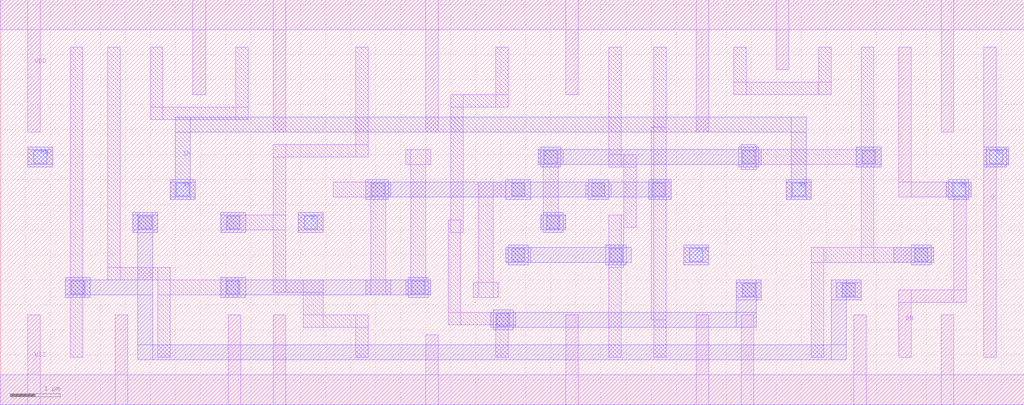
<source format=lef>
VERSION 5.7 ;
BUSBITCHARS "[]" ;
DIVIDERCHAR "/" ;

MACRO gf180mcu_osu_sc_gp12t3v3__addf_1
  CLASS CORE ;
  ORIGIN 0 0 ;
  FOREIGN gf180mcu_osu_sc_gp12t3v3__addf_1 0 0 ;
  SIZE 14 BY 8.1 ;
  SYMMETRY X Y ;
  SITE GF180_3p3_12t ;
  PIN VDD
    DIRECTION INOUT ;
    USE POWER ;
    SHAPE ABUTMENT ;
    PORT
      LAYER MET1 ;
        RECT 0 7.5 14 8.1 ;
        RECT 12.35 5.45 12.6 8.1 ;
        RECT 10.75 5.45 11 8.1 ;
        RECT 6.5 5.45 6.75 8.1 ;
        RECT 4.8 5.45 5.05 8.1 ;
        RECT 1.4 5.45 1.65 8.1 ;
    END
  END VDD
  PIN VSS
    DIRECTION INOUT ;
    USE GROUND ;
    PORT
      LAYER MET1 ;
        RECT 0 0 14 0.6 ;
        RECT 12.35 0 12.6 1.8 ;
        RECT 10.75 0 11 1.8 ;
        RECT 6.5 0 6.75 1.45 ;
        RECT 4.8 0 5.05 1.8 ;
        RECT 1.4 0 1.65 1.8 ;
    END
  END VSS
  PIN A
    DIRECTION INPUT ;
    USE SIGNAL ;
    PORT
      LAYER MET1 ;
        RECT 8.7 3.5 9.2 3.8 ;
        RECT 4.6 3.5 5.1 3.8 ;
        RECT 0.6 3.5 1.1 3.8 ;
      LAYER MET2 ;
        RECT 0.6 3.5 9.2 3.8 ;
        RECT 8.75 3.45 9.15 3.85 ;
        RECT 4.65 3.45 5.05 3.85 ;
        RECT 0.65 3.45 1.05 3.85 ;
      LAYER VIA12 ;
        RECT 0.72 3.52 0.98 3.78 ;
        RECT 4.72 3.52 4.98 3.78 ;
        RECT 8.82 3.52 9.08 3.78 ;
    END
  END A
  PIN B
    DIRECTION INPUT ;
    USE SIGNAL ;
    PORT
      LAYER MET1 ;
        RECT 9.55 4.15 10.05 4.45 ;
        RECT 3.6 4.15 6.25 4.45 ;
        RECT 1.5 4.15 2 4.45 ;
      LAYER MET2 ;
        RECT 5.75 4.15 10.05 4.45 ;
        RECT 9.6 4.1 10 4.5 ;
        RECT 5.8 4.1 6.2 4.5 ;
        RECT 1.5 4.15 4.1 4.45 ;
        RECT 3.65 4.1 4.05 4.5 ;
        RECT 1.55 4.1 1.95 4.5 ;
      LAYER VIA12 ;
        RECT 1.62 4.17 1.88 4.43 ;
        RECT 3.72 4.17 3.98 4.43 ;
        RECT 5.87 4.17 6.13 4.43 ;
        RECT 9.67 4.17 9.93 4.43 ;
    END
  END B
  PIN CI
    DIRECTION INPUT ;
    USE SIGNAL ;
    PORT
      LAYER MET1 ;
        RECT 10.05 2.2 10.55 2.5 ;
        RECT 6.65 2.2 7.15 2.5 ;
        RECT 2.35 2.85 2.85 3.15 ;
      LAYER MET2 ;
        RECT 2.45 2.2 10.55 2.5 ;
        RECT 10.1 2.15 10.5 2.55 ;
        RECT 10.15 2.1 10.45 2.55 ;
        RECT 6.7 2.15 7.1 2.55 ;
        RECT 6.75 2.1 7.05 2.55 ;
        RECT 2.35 2.85 2.85 3.15 ;
        RECT 2.4 2.8 2.8 3.2 ;
        RECT 2.45 2.2 2.75 3.2 ;
      LAYER VIA12 ;
        RECT 2.47 2.87 2.73 3.13 ;
        RECT 6.77 2.22 7.03 2.48 ;
        RECT 10.17 2.22 10.43 2.48 ;
    END
  END CI
  PIN CO
    DIRECTION OUTPUT ;
    USE SIGNAL ;
    PORT
      LAYER MET1 ;
        RECT 13.2 2.85 13.75 3.15 ;
        RECT 13.2 2.8 13.6 3.2 ;
        RECT 13.2 0.95 13.45 7.15 ;
      LAYER MET2 ;
        RECT 13.25 2.85 13.75 3.15 ;
        RECT 13.3 2.8 13.7 3.2 ;
      LAYER VIA12 ;
        RECT 13.37 2.87 13.63 3.13 ;
    END
  END CO
  PIN S
    DIRECTION OUTPUT ;
    USE SIGNAL ;
    PORT
      LAYER MET1 ;
        RECT 11.6 4.15 12 4.45 ;
        RECT 11.6 0.95 11.85 7.15 ;
      LAYER MET2 ;
        RECT 11.5 4.15 12 4.45 ;
        RECT 11.55 4.1 11.95 4.5 ;
      LAYER VIA12 ;
        RECT 11.62 4.17 11.88 4.43 ;
    END
  END S
  OBS
    LAYER MET2 ;
      RECT 12.5 2.8 12.9 3.2 ;
      RECT 7.5 2.8 7.9 3.2 ;
      RECT 7.45 2.85 12.95 3.15 ;
      RECT 12.55 2.75 12.85 3.2 ;
    LAYER VIA12 ;
      RECT 12.57 2.87 12.83 3.13 ;
      RECT 7.57 2.87 7.83 3.13 ;
    LAYER MET1 ;
      RECT 8.2 0.95 8.45 7.15 ;
      RECT 8.2 2.85 11.35 3.15 ;
      RECT 3.1 0.95 3.35 7.15 ;
      RECT 3.1 2.85 7.95 3.15 ;
      RECT 5.65 1.7 7.6 1.95 ;
      RECT 7.35 0.95 7.6 1.95 ;
      RECT 5.65 0.95 5.9 1.95 ;
      RECT 7.35 4.95 7.6 7.15 ;
      RECT 5.65 4.95 5.9 7.15 ;
      RECT 5.65 4.95 7.6 5.2 ;
      RECT 0.55 2.05 2.5 2.3 ;
      RECT 2.25 0.95 2.5 2.3 ;
      RECT 0.55 0.95 0.8 2.3 ;
      RECT 2.25 4.95 2.5 7.15 ;
      RECT 0.55 4.95 0.8 7.15 ;
      RECT 0.55 4.95 2.5 5.2 ;
      RECT 12.45 2.85 12.95 3.15 ;
  END
END gf180mcu_osu_sc_gp12t3v3__addf_1

MACRO gf180mcu_osu_sc_gp12t3v3__addh_1
  CLASS CORE ;
  ORIGIN 0 0 ;
  FOREIGN gf180mcu_osu_sc_gp12t3v3__addh_1 0 0 ;
  SIZE 8.1 BY 8.1 ;
  SYMMETRY X Y ;
  SITE GF180_3p3_12t ;
  PIN VDD
    DIRECTION INOUT ;
    USE POWER ;
    SHAPE ABUTMENT ;
    PORT
      LAYER MET1 ;
        RECT 0 7.5 8.1 8.1 ;
        RECT 6.4 5.45 6.65 8.1 ;
        RECT 3.85 5.45 4.1 8.1 ;
        RECT 3.1 5.45 3.35 8.1 ;
        RECT 1.4 5.45 1.65 8.1 ;
    END
  END VDD
  PIN VSS
    DIRECTION INOUT ;
    USE GROUND ;
    PORT
      LAYER MET1 ;
        RECT 0 0 8.1 0.6 ;
        RECT 6.4 0 6.65 1.8 ;
        RECT 1.4 0 1.65 1.8 ;
    END
  END VSS
  PIN A
    DIRECTION INPUT ;
    USE SIGNAL ;
    PORT
      LAYER MET1 ;
        RECT 3.9 3.5 4.4 3.8 ;
        RECT 1.5 3.5 2 3.8 ;
      LAYER MET2 ;
        RECT 3.9 3.45 4.4 3.85 ;
        RECT 1.5 3.5 4.4 3.8 ;
        RECT 1.5 3.45 2 3.85 ;
      LAYER VIA12 ;
        RECT 1.62 3.52 1.88 3.78 ;
        RECT 4.02 3.52 4.28 3.78 ;
    END
  END A
  PIN B
    DIRECTION INPUT ;
    USE SIGNAL ;
    PORT
      LAYER MET1 ;
        RECT 5.2 2.85 5.7 3.15 ;
        RECT 2.35 2.85 2.85 3.15 ;
      LAYER MET2 ;
        RECT 5.2 2.8 5.7 3.2 ;
        RECT 2.35 2.85 5.7 3.15 ;
        RECT 2.35 2.8 2.85 3.2 ;
      LAYER VIA12 ;
        RECT 2.47 2.87 2.73 3.13 ;
        RECT 5.32 2.87 5.58 3.13 ;
    END
  END B
  PIN CO
    DIRECTION OUTPUT ;
    USE SIGNAL ;
    PORT
      LAYER MET1 ;
        RECT 0.4 2.2 0.9 2.5 ;
        RECT 0.55 0.95 0.8 7.15 ;
      LAYER MET2 ;
        RECT 0.4 2.15 0.9 2.55 ;
      LAYER VIA12 ;
        RECT 0.52 2.22 0.78 2.48 ;
    END
  END CO
  PIN S
    DIRECTION OUTPUT ;
    USE SIGNAL ;
    PORT
      LAYER MET1 ;
        RECT 7.2 4.8 7.7 5.1 ;
        RECT 7.25 4.75 7.6 5.15 ;
        RECT 7.25 0.95 7.5 7.15 ;
      LAYER MET2 ;
        RECT 7.2 4.75 7.7 5.15 ;
      LAYER VIA12 ;
        RECT 7.32 4.82 7.58 5.08 ;
    END
  END S
  OBS
    LAYER MET2 ;
      RECT 6.05 4.75 6.55 5.15 ;
      RECT 3 4.75 3.5 5.15 ;
      RECT 3 4.8 6.55 5.1 ;
    LAYER VIA12 ;
      RECT 6.17 4.82 6.43 5.08 ;
      RECT 3.12 4.82 3.38 5.08 ;
    LAYER MET1 ;
      RECT 5.55 3.5 5.8 7.15 ;
      RECT 5.55 3.5 7 3.8 ;
      RECT 4.7 3.5 7 3.75 ;
      RECT 4.7 1.35 4.95 3.75 ;
      RECT 5.55 0.85 5.8 1.9 ;
      RECT 3.85 0.85 4.1 1.9 ;
      RECT 3.85 0.85 5.8 1.1 ;
      RECT 2.25 4.8 2.5 7.15 ;
      RECT 1.05 4.8 3.5 5.1 ;
      RECT 3.1 0.95 3.35 5.1 ;
      RECT 6.05 4.8 6.55 5.1 ;
  END
END gf180mcu_osu_sc_gp12t3v3__addh_1

MACRO gf180mcu_osu_sc_gp12t3v3__and2_1
  CLASS CORE ;
  ORIGIN 0 0 ;
  FOREIGN gf180mcu_osu_sc_gp12t3v3__and2_1 0 0 ;
  SIZE 3.9 BY 8.1 ;
  SYMMETRY X Y ;
  SITE GF180_3p3_12t ;
  PIN VDD
    DIRECTION INOUT ;
    USE POWER ;
    SHAPE ABUTMENT ;
    PORT
      LAYER MET1 ;
        RECT 0 7.5 3.9 8.1 ;
        RECT 2.25 5.45 2.5 8.1 ;
        RECT 0.55 5.45 0.8 8.1 ;
    END
  END VDD
  PIN VSS
    DIRECTION INOUT ;
    USE GROUND ;
    PORT
      LAYER MET1 ;
        RECT 0 0 3.9 0.6 ;
        RECT 2.1 0 2.5 1.8 ;
    END
  END VSS
  PIN A
    DIRECTION INPUT ;
    USE SIGNAL ;
    PORT
      LAYER MET1 ;
        RECT 0.6 3.5 1.1 3.8 ;
      LAYER MET2 ;
        RECT 0.6 3.45 1.1 3.85 ;
      LAYER VIA12 ;
        RECT 0.72 3.52 0.98 3.78 ;
    END
  END A
  PIN B
    DIRECTION INPUT ;
    USE SIGNAL ;
    PORT
      LAYER MET1 ;
        RECT 1.9 2.85 2.4 3.15 ;
      LAYER MET2 ;
        RECT 1.9 2.8 2.4 3.2 ;
      LAYER VIA12 ;
        RECT 2.02 2.87 2.28 3.13 ;
    END
  END B
  PIN Y
    DIRECTION OUTPUT ;
    USE SIGNAL ;
    PORT
      LAYER MET1 ;
        RECT 3.1 4.85 3.6 5.15 ;
        RECT 3.1 4.8 3.5 5.15 ;
        RECT 3.1 4.8 3.45 5.2 ;
        RECT 3.1 0.95 3.35 7.15 ;
      LAYER MET2 ;
        RECT 3.1 4.8 3.6 5.2 ;
      LAYER VIA12 ;
        RECT 3.22 4.87 3.48 5.13 ;
    END
  END Y
  OBS
    LAYER MET2 ;
      RECT 2.35 4.1 2.85 4.5 ;
      RECT 1.3 4.1 1.8 4.5 ;
    LAYER VIA12 ;
      RECT 2.47 4.17 2.73 4.43 ;
      RECT 1.42 4.17 1.68 4.43 ;
    LAYER MET1 ;
      RECT 1.4 1.9 1.65 7.15 ;
      RECT 1.3 4.15 2.85 4.45 ;
      RECT 0.7 1.9 1.65 2.15 ;
      RECT 0.7 0.95 0.95 2.15 ;
  END
END gf180mcu_osu_sc_gp12t3v3__and2_1

MACRO gf180mcu_osu_sc_gp12t3v3__aoi21_1
  CLASS CORE ;
  ORIGIN 0 0 ;
  FOREIGN gf180mcu_osu_sc_gp12t3v3__aoi21_1 0 0 ;
  SIZE 3.9 BY 8.1 ;
  SYMMETRY X Y ;
  SITE GF180_3p3_12t ;
  PIN VDD
    DIRECTION INOUT ;
    USE POWER ;
    SHAPE ABUTMENT ;
    PORT
      LAYER MET1 ;
        RECT 0 7.5 3.9 8.1 ;
        RECT 1.4 6.2 1.65 8.1 ;
    END
  END VDD
  PIN VSS
    DIRECTION INOUT ;
    USE GROUND ;
    PORT
      LAYER MET1 ;
        RECT 0 0 3.9 0.6 ;
        RECT 2.95 0 3.2 1.8 ;
        RECT 0.7 0 0.95 1.8 ;
    END
  END VSS
  PIN A0
    DIRECTION INPUT ;
    USE SIGNAL ;
    PORT
      LAYER MET1 ;
        RECT 0.6 3.5 1.1 3.8 ;
      LAYER MET2 ;
        RECT 0.6 3.45 1.1 3.85 ;
      LAYER VIA12 ;
        RECT 0.72 3.52 0.98 3.78 ;
    END
  END A0
  PIN A1
    DIRECTION INPUT ;
    USE SIGNAL ;
    PORT
      LAYER MET1 ;
        RECT 1.6 4.15 2.1 4.45 ;
      LAYER MET2 ;
        RECT 1.6 4.1 2.1 4.5 ;
      LAYER VIA12 ;
        RECT 1.72 4.17 1.98 4.43 ;
    END
  END A1
  PIN B
    DIRECTION INPUT ;
    USE SIGNAL ;
    PORT
      LAYER MET1 ;
        RECT 2.35 3.5 2.85 3.8 ;
      LAYER MET2 ;
        RECT 2.35 3.45 2.85 3.85 ;
      LAYER VIA12 ;
        RECT 2.47 3.52 2.73 3.78 ;
    END
  END B
  PIN Y
    DIRECTION OUTPUT ;
    USE SIGNAL ;
    PORT
      LAYER MET1 ;
        RECT 3 4.8 3.5 5.1 ;
        RECT 3.1 2.55 3.35 7.15 ;
        RECT 2.1 2.55 3.35 2.8 ;
        RECT 2.1 0.95 2.35 2.8 ;
      LAYER MET2 ;
        RECT 3 4.75 3.5 5.15 ;
      LAYER VIA12 ;
        RECT 3.12 4.82 3.38 5.08 ;
    END
  END Y
  OBS
    LAYER MET1 ;
      RECT 2.25 5.7 2.5 7.15 ;
      RECT 0.55 5.7 0.8 7.15 ;
      RECT 0.55 5.7 2.5 5.95 ;
  END
END gf180mcu_osu_sc_gp12t3v3__aoi21_1

MACRO gf180mcu_osu_sc_gp12t3v3__aoi22_1
  CLASS CORE ;
  ORIGIN 0 0 ;
  FOREIGN gf180mcu_osu_sc_gp12t3v3__aoi22_1 0 0 ;
  SIZE 5.35 BY 8.1 ;
  SYMMETRY X Y ;
  SITE GF180_3p3_12t ;
  PIN VDD
    DIRECTION INOUT ;
    USE POWER ;
    SHAPE ABUTMENT ;
    PORT
      LAYER MET1 ;
        RECT 0 7.5 5.35 8.1 ;
        RECT 1.4 6.2 1.65 8.1 ;
    END
  END VDD
  PIN VSS
    DIRECTION INOUT ;
    USE GROUND ;
    PORT
      LAYER MET1 ;
        RECT 0 0 5.35 0.6 ;
        RECT 3.5 0 3.75 1.8 ;
        RECT 0.7 0 0.95 1.8 ;
    END
  END VSS
  PIN A0
    DIRECTION INPUT ;
    USE SIGNAL ;
    PORT
      LAYER MET1 ;
        RECT 0.6 3.5 1.1 3.8 ;
      LAYER MET2 ;
        RECT 0.6 3.45 1.1 3.85 ;
      LAYER VIA12 ;
        RECT 0.72 3.52 0.98 3.78 ;
    END
  END A0
  PIN A1
    DIRECTION INPUT ;
    USE SIGNAL ;
    PORT
      LAYER MET1 ;
        RECT 1.6 4.15 2.1 4.45 ;
      LAYER MET2 ;
        RECT 1.6 4.1 2.1 4.5 ;
      LAYER VIA12 ;
        RECT 1.72 4.17 1.98 4.43 ;
    END
  END A1
  PIN B0
    DIRECTION INPUT ;
    USE SIGNAL ;
    PORT
      LAYER MET1 ;
        RECT 2.35 3.5 2.85 3.8 ;
      LAYER MET2 ;
        RECT 2.35 3.45 2.85 3.85 ;
      LAYER VIA12 ;
        RECT 2.47 3.52 2.73 3.78 ;
    END
  END B0
  PIN B1
    DIRECTION INPUT ;
    USE SIGNAL ;
    PORT
      LAYER MET1 ;
        RECT 3.3 4.15 3.8 4.45 ;
      LAYER MET2 ;
        RECT 3.3 4.1 3.8 4.5 ;
      LAYER VIA12 ;
        RECT 3.42 4.17 3.68 4.43 ;
    END
  END B1
  PIN Y
    DIRECTION OUTPUT ;
    USE SIGNAL ;
    PORT
      LAYER MET1 ;
        RECT 4.3 4.8 4.8 5.1 ;
        RECT 4.45 6 4.75 6.5 ;
        RECT 4.45 4.8 4.7 6.5 ;
        RECT 4.4 3 4.65 5.1 ;
        RECT 2.1 3 4.65 3.25 ;
        RECT 2.1 0.95 2.35 3.25 ;
        RECT 3 6.1 3.5 6.4 ;
        RECT 3.1 6.1 3.35 7.15 ;
      LAYER MET2 ;
        RECT 4.35 6.05 4.85 6.45 ;
        RECT 3 6.1 4.85 6.4 ;
        RECT 3 6.05 3.5 6.45 ;
        RECT 4.3 4.75 4.8 5.15 ;
      LAYER VIA12 ;
        RECT 3.12 6.12 3.38 6.38 ;
        RECT 4.42 4.82 4.68 5.08 ;
        RECT 4.47 6.12 4.73 6.38 ;
    END
  END Y
  OBS
    LAYER MET1 ;
      RECT 3.95 5.6 4.2 7.15 ;
      RECT 2.25 5.6 2.5 7.15 ;
      RECT 0.55 5.6 0.8 7.15 ;
      RECT 0.55 5.6 4.2 5.85 ;
  END
END gf180mcu_osu_sc_gp12t3v3__aoi22_1

MACRO gf180mcu_osu_sc_gp12t3v3__buf_1
  CLASS CORE ;
  ORIGIN 0 0 ;
  FOREIGN gf180mcu_osu_sc_gp12t3v3__buf_1 0 0 ;
  SIZE 3.1 BY 8.1 ;
  SYMMETRY X Y ;
  SITE GF180_3p3_12t ;
  PIN VDD
    DIRECTION INOUT ;
    USE POWER ;
    SHAPE ABUTMENT ;
    PORT
      LAYER MET1 ;
        RECT 0 7.5 3.1 8.1 ;
        RECT 1.4 5.45 1.65 8.1 ;
    END
  END VDD
  PIN VSS
    DIRECTION INOUT ;
    USE GROUND ;
    PORT
      LAYER MET1 ;
        RECT 0 0 3.1 0.6 ;
        RECT 1.4 0 1.65 1.8 ;
    END
  END VSS
  PIN A
    DIRECTION INPUT ;
    USE SIGNAL ;
    PORT
      LAYER MET1 ;
        RECT 1.05 4.15 1.55 4.45 ;
      LAYER MET2 ;
        RECT 1.05 4.15 1.55 4.45 ;
        RECT 1.1 4.1 1.5 4.5 ;
      LAYER VIA12 ;
        RECT 1.17 4.17 1.43 4.43 ;
    END
  END A
  PIN Y
    DIRECTION OUTPUT ;
    USE SIGNAL ;
    PORT
      LAYER MET1 ;
        RECT 2.15 4.8 2.65 5.1 ;
        RECT 2.25 0.95 2.5 7.15 ;
      LAYER MET2 ;
        RECT 2.15 4.75 2.65 5.15 ;
      LAYER VIA12 ;
        RECT 2.27 4.82 2.53 5.08 ;
    END
  END Y
  OBS
    LAYER MET1 ;
      RECT 0.55 0.95 0.8 7.15 ;
      RECT 0.55 2.9 2 3.2 ;
  END
END gf180mcu_osu_sc_gp12t3v3__buf_1

MACRO gf180mcu_osu_sc_gp12t3v3__buf_16
  CLASS CORE ;
  ORIGIN 0 0 ;
  FOREIGN gf180mcu_osu_sc_gp12t3v3__buf_16 0 0 ;
  SIZE 15.8 BY 8.1 ;
  SYMMETRY X Y ;
  SITE GF180_3p3_12t ;
  PIN VDD
    DIRECTION INOUT ;
    USE POWER ;
    SHAPE ABUTMENT ;
    PORT
      LAYER MET1 ;
        RECT 0 7.5 15.8 8.1 ;
        RECT 15 5.45 15.25 8.1 ;
        RECT 13.3 5.45 13.55 8.1 ;
        RECT 11.6 5.45 11.85 8.1 ;
        RECT 9.9 5.45 10.15 8.1 ;
        RECT 8.2 5.45 8.45 8.1 ;
        RECT 6.5 5.45 6.75 8.1 ;
        RECT 4.8 5.45 5.05 8.1 ;
        RECT 3.1 5.45 3.35 8.1 ;
        RECT 1.4 5.45 1.65 8.1 ;
    END
  END VDD
  PIN VSS
    DIRECTION INOUT ;
    USE GROUND ;
    PORT
      LAYER MET1 ;
        RECT 0 0 15.8 0.6 ;
        RECT 15 0 15.25 1.8 ;
        RECT 13.3 0 13.55 1.8 ;
        RECT 11.6 0 11.85 1.8 ;
        RECT 9.9 0 10.15 1.8 ;
        RECT 8.2 0 8.45 1.8 ;
        RECT 6.5 0 6.75 1.8 ;
        RECT 4.8 0 5.05 1.8 ;
        RECT 3.1 0 3.35 1.8 ;
        RECT 1.4 0 1.65 1.8 ;
    END
  END VSS
  PIN A
    DIRECTION INPUT ;
    USE SIGNAL ;
    PORT
      LAYER MET1 ;
        RECT 1.05 4.15 1.55 4.45 ;
      LAYER MET2 ;
        RECT 1.05 4.15 1.55 4.45 ;
        RECT 1.1 4.1 1.5 4.5 ;
      LAYER VIA12 ;
        RECT 1.17 4.17 1.43 4.43 ;
    END
  END A
  PIN Y
    DIRECTION OUTPUT ;
    USE SIGNAL ;
    PORT
      LAYER MET1 ;
        RECT 14.05 4.8 14.55 5.1 ;
        RECT 14.15 0.95 14.4 7.15 ;
        RECT 2.25 4.85 14.4 5.15 ;
        RECT 2.25 2.05 14.4 2.3 ;
        RECT 12.45 0.95 12.7 7.15 ;
        RECT 10.75 0.95 11 7.15 ;
        RECT 9.05 0.95 9.3 7.15 ;
        RECT 7.35 0.95 7.6 7.15 ;
        RECT 5.65 0.95 5.9 7.15 ;
        RECT 3.95 0.95 4.2 7.15 ;
        RECT 2.25 0.95 2.5 7.15 ;
      LAYER MET2 ;
        RECT 14 4.85 14.55 5.15 ;
        RECT 14.05 4.75 14.55 5.15 ;
      LAYER VIA12 ;
        RECT 14.17 4.82 14.43 5.08 ;
    END
  END Y
  OBS
    LAYER MET1 ;
      RECT 0.55 0.95 0.8 7.15 ;
      RECT 0.55 2.9 2 3.2 ;
  END
END gf180mcu_osu_sc_gp12t3v3__buf_16

MACRO gf180mcu_osu_sc_gp12t3v3__buf_2
  CLASS CORE ;
  ORIGIN 0 0 ;
  FOREIGN gf180mcu_osu_sc_gp12t3v3__buf_2 0 0 ;
  SIZE 3.9 BY 8.1 ;
  SYMMETRY X Y ;
  SITE GF180_3p3_12t ;
  PIN VDD
    DIRECTION INOUT ;
    USE POWER ;
    SHAPE ABUTMENT ;
    PORT
      LAYER MET1 ;
        RECT 0 7.5 3.9 8.1 ;
        RECT 3.1 5.45 3.35 8.1 ;
        RECT 1.4 5.45 1.65 8.1 ;
    END
  END VDD
  PIN VSS
    DIRECTION INOUT ;
    USE GROUND ;
    PORT
      LAYER MET1 ;
        RECT 0 0 3.9 0.6 ;
        RECT 3.1 0 3.35 1.8 ;
        RECT 1.4 0 1.65 1.8 ;
    END
  END VSS
  PIN A
    DIRECTION INPUT ;
    USE SIGNAL ;
    PORT
      LAYER MET1 ;
        RECT 1.05 4.15 1.55 4.45 ;
      LAYER MET2 ;
        RECT 1.05 4.15 1.55 4.45 ;
        RECT 1.1 4.1 1.5 4.5 ;
      LAYER VIA12 ;
        RECT 1.17 4.17 1.43 4.43 ;
    END
  END A
  PIN Y
    DIRECTION OUTPUT ;
    USE SIGNAL ;
    PORT
      LAYER MET1 ;
        RECT 2.15 4.8 2.65 5.1 ;
        RECT 2.25 0.95 2.5 7.15 ;
      LAYER MET2 ;
        RECT 2.15 4.75 2.65 5.15 ;
      LAYER VIA12 ;
        RECT 2.27 4.82 2.53 5.08 ;
    END
  END Y
  OBS
    LAYER MET1 ;
      RECT 0.55 0.95 0.8 7.15 ;
      RECT 0.55 2.9 2 3.2 ;
  END
END gf180mcu_osu_sc_gp12t3v3__buf_2

MACRO gf180mcu_osu_sc_gp12t3v3__buf_4
  CLASS CORE ;
  ORIGIN 0 0 ;
  FOREIGN gf180mcu_osu_sc_gp12t3v3__buf_4 0 0 ;
  SIZE 5.6 BY 8.1 ;
  SYMMETRY X Y ;
  SITE GF180_3p3_12t ;
  PIN VDD
    DIRECTION INOUT ;
    USE POWER ;
    SHAPE ABUTMENT ;
    PORT
      LAYER MET1 ;
        RECT 0 7.5 5.6 8.1 ;
        RECT 4.8 5.45 5.05 8.1 ;
        RECT 3.1 5.45 3.35 8.1 ;
        RECT 1.4 5.45 1.65 8.1 ;
    END
  END VDD
  PIN VSS
    DIRECTION INOUT ;
    USE GROUND ;
    PORT
      LAYER MET1 ;
        RECT 0 0 5.6 0.6 ;
        RECT 4.8 0 5.05 1.8 ;
        RECT 3.1 0 3.35 1.8 ;
        RECT 1.4 0 1.65 1.8 ;
    END
  END VSS
  PIN A
    DIRECTION INPUT ;
    USE SIGNAL ;
    PORT
      LAYER MET1 ;
        RECT 1.05 4.15 1.55 4.45 ;
      LAYER MET2 ;
        RECT 1.05 4.15 1.55 4.45 ;
        RECT 1.1 4.1 1.5 4.5 ;
      LAYER VIA12 ;
        RECT 1.17 4.17 1.43 4.43 ;
    END
  END A
  PIN Y
    DIRECTION OUTPUT ;
    USE SIGNAL ;
    PORT
      LAYER MET1 ;
        RECT 3.85 4.8 4.35 5.1 ;
        RECT 3.95 0.95 4.2 7.15 ;
        RECT 2.25 4.85 4.2 5.15 ;
        RECT 2.25 2.05 4.2 2.3 ;
        RECT 2.25 0.95 2.5 7.15 ;
      LAYER MET2 ;
        RECT 3.8 4.85 4.35 5.15 ;
        RECT 3.85 4.75 4.35 5.15 ;
      LAYER VIA12 ;
        RECT 3.97 4.82 4.23 5.08 ;
    END
  END Y
  OBS
    LAYER MET1 ;
      RECT 0.55 0.95 0.8 7.15 ;
      RECT 0.55 2.9 2 3.2 ;
  END
END gf180mcu_osu_sc_gp12t3v3__buf_4

MACRO gf180mcu_osu_sc_gp12t3v3__buf_8
  CLASS CORE ;
  ORIGIN 0 0 ;
  FOREIGN gf180mcu_osu_sc_gp12t3v3__buf_8 0 0 ;
  SIZE 9 BY 8.1 ;
  SYMMETRY X Y ;
  SITE GF180_3p3_12t ;
  PIN VDD
    DIRECTION INOUT ;
    USE POWER ;
    SHAPE ABUTMENT ;
    PORT
      LAYER MET1 ;
        RECT 0 7.5 9 8.1 ;
        RECT 8.2 5.45 8.45 8.1 ;
        RECT 6.5 5.45 6.75 8.1 ;
        RECT 4.8 5.45 5.05 8.1 ;
        RECT 3.1 5.45 3.35 8.1 ;
        RECT 1.4 5.45 1.65 8.1 ;
    END
  END VDD
  PIN VSS
    DIRECTION INOUT ;
    USE GROUND ;
    PORT
      LAYER MET1 ;
        RECT 0 0 9 0.6 ;
        RECT 8.2 0 8.45 1.8 ;
        RECT 6.5 0 6.75 1.8 ;
        RECT 4.8 0 5.05 1.8 ;
        RECT 3.1 0 3.35 1.8 ;
        RECT 1.4 0 1.65 1.8 ;
    END
  END VSS
  PIN A
    DIRECTION INPUT ;
    USE SIGNAL ;
    PORT
      LAYER MET1 ;
        RECT 1.05 4.15 1.55 4.45 ;
      LAYER MET2 ;
        RECT 1.05 4.15 1.55 4.45 ;
        RECT 1.1 4.1 1.5 4.5 ;
      LAYER VIA12 ;
        RECT 1.17 4.17 1.43 4.43 ;
    END
  END A
  PIN Y
    DIRECTION OUTPUT ;
    USE SIGNAL ;
    PORT
      LAYER MET1 ;
        RECT 7.25 4.8 7.75 5.1 ;
        RECT 7.35 0.95 7.6 7.15 ;
        RECT 2.25 4.85 7.6 5.15 ;
        RECT 2.25 2.05 7.6 2.3 ;
        RECT 5.65 0.95 5.9 7.15 ;
        RECT 3.95 0.95 4.2 7.15 ;
        RECT 2.25 0.95 2.5 7.15 ;
      LAYER MET2 ;
        RECT 7.2 4.85 7.75 5.15 ;
        RECT 7.25 4.75 7.75 5.15 ;
      LAYER VIA12 ;
        RECT 7.37 4.82 7.63 5.08 ;
    END
  END Y
  OBS
    LAYER MET1 ;
      RECT 0.55 0.95 0.8 7.15 ;
      RECT 0.55 2.9 2 3.2 ;
  END
END gf180mcu_osu_sc_gp12t3v3__buf_8

MACRO gf180mcu_osu_sc_gp12t3v3__clkbuf_1
  CLASS CORE ;
  ORIGIN 0 0 ;
  FOREIGN gf180mcu_osu_sc_gp12t3v3__clkbuf_1 0 0 ;
  SIZE 3.1 BY 8.1 ;
  SYMMETRY X Y ;
  SITE GF180_3p3_12t ;
  PIN VDD
    DIRECTION INOUT ;
    USE POWER ;
    SHAPE ABUTMENT ;
    PORT
      LAYER MET1 ;
        RECT 0 7.5 3.1 8.1 ;
        RECT 1.4 5.45 1.65 8.1 ;
    END
  END VDD
  PIN VSS
    DIRECTION INOUT ;
    USE GROUND ;
    PORT
      LAYER MET1 ;
        RECT 0 0 3.1 0.6 ;
        RECT 1.4 0 1.65 1.8 ;
    END
  END VSS
  PIN A
    DIRECTION INPUT ;
    USE SIGNAL ;
    PORT
      LAYER MET1 ;
        RECT 1.05 4.15 1.55 4.45 ;
      LAYER MET2 ;
        RECT 1.05 4.15 1.55 4.45 ;
        RECT 1.1 4.1 1.5 4.5 ;
      LAYER VIA12 ;
        RECT 1.17 4.17 1.43 4.43 ;
    END
  END A
  PIN Y
    DIRECTION OUTPUT ;
    USE SIGNAL ;
    PORT
      LAYER MET1 ;
        RECT 2.15 4.8 2.65 5.1 ;
        RECT 2.25 0.95 2.5 7.15 ;
      LAYER MET2 ;
        RECT 2.15 4.75 2.65 5.15 ;
      LAYER VIA12 ;
        RECT 2.27 4.82 2.53 5.08 ;
    END
  END Y
  OBS
    LAYER MET1 ;
      RECT 0.55 0.95 0.8 7.15 ;
      RECT 0.55 2.9 2 3.2 ;
  END
END gf180mcu_osu_sc_gp12t3v3__clkbuf_1

MACRO gf180mcu_osu_sc_gp12t3v3__clkbuf_16
  CLASS CORE ;
  ORIGIN 0 0 ;
  FOREIGN gf180mcu_osu_sc_gp12t3v3__clkbuf_16 0 0 ;
  SIZE 15.8 BY 8.1 ;
  SYMMETRY X Y ;
  SITE GF180_3p3_12t ;
  PIN VDD
    DIRECTION INOUT ;
    USE POWER ;
    SHAPE ABUTMENT ;
    PORT
      LAYER MET1 ;
        RECT 0 7.5 15.8 8.1 ;
        RECT 15 5.45 15.25 8.1 ;
        RECT 13.3 5.45 13.55 8.1 ;
        RECT 11.6 5.45 11.85 8.1 ;
        RECT 9.9 5.45 10.15 8.1 ;
        RECT 8.2 5.45 8.45 8.1 ;
        RECT 6.5 5.45 6.75 8.1 ;
        RECT 4.8 5.45 5.05 8.1 ;
        RECT 3.1 5.45 3.35 8.1 ;
        RECT 1.4 5.45 1.65 8.1 ;
    END
  END VDD
  PIN VSS
    DIRECTION INOUT ;
    USE GROUND ;
    PORT
      LAYER MET1 ;
        RECT 0 0 15.8 0.6 ;
        RECT 15 0 15.25 1.8 ;
        RECT 13.3 0 13.55 1.8 ;
        RECT 11.6 0 11.85 1.8 ;
        RECT 9.9 0 10.15 1.8 ;
        RECT 8.2 0 8.45 1.8 ;
        RECT 6.5 0 6.75 1.8 ;
        RECT 4.8 0 5.05 1.8 ;
        RECT 3.1 0 3.35 1.8 ;
        RECT 1.4 0 1.65 1.8 ;
    END
  END VSS
  PIN A
    DIRECTION INPUT ;
    USE SIGNAL ;
    PORT
      LAYER MET1 ;
        RECT 1.05 4.15 1.55 4.45 ;
      LAYER MET2 ;
        RECT 1.05 4.15 1.55 4.45 ;
        RECT 1.1 4.1 1.5 4.5 ;
      LAYER VIA12 ;
        RECT 1.17 4.17 1.43 4.43 ;
    END
  END A
  PIN Y
    DIRECTION OUTPUT ;
    USE SIGNAL ;
    PORT
      LAYER MET1 ;
        RECT 2.25 4.85 14.55 5.15 ;
        RECT 14.15 0.95 14.4 7.15 ;
        RECT 2.25 2.05 14.4 2.3 ;
        RECT 12.45 0.95 12.7 7.15 ;
        RECT 10.75 0.95 11 7.15 ;
        RECT 9.05 0.95 9.3 7.15 ;
        RECT 7.35 0.95 7.6 7.15 ;
        RECT 5.65 0.95 5.9 7.15 ;
        RECT 3.95 0.95 4.2 7.15 ;
        RECT 2.25 0.95 2.5 7.15 ;
      LAYER MET2 ;
        RECT 14.05 4.8 14.55 5.2 ;
        RECT 14 4.85 14.55 5.15 ;
      LAYER VIA12 ;
        RECT 14.17 4.87 14.43 5.13 ;
    END
  END Y
  OBS
    LAYER MET1 ;
      RECT 0.55 0.95 0.8 7.15 ;
      RECT 0.55 2.9 2 3.2 ;
  END
END gf180mcu_osu_sc_gp12t3v3__clkbuf_16

MACRO gf180mcu_osu_sc_gp12t3v3__clkbuf_2
  CLASS CORE ;
  ORIGIN 0 0 ;
  FOREIGN gf180mcu_osu_sc_gp12t3v3__clkbuf_2 0 0 ;
  SIZE 3.9 BY 8.1 ;
  SYMMETRY X Y ;
  SITE GF180_3p3_12t ;
  PIN VDD
    DIRECTION INOUT ;
    USE POWER ;
    SHAPE ABUTMENT ;
    PORT
      LAYER MET1 ;
        RECT 0 7.5 3.9 8.1 ;
        RECT 3.1 5.45 3.35 8.1 ;
        RECT 1.4 5.45 1.65 8.1 ;
    END
  END VDD
  PIN VSS
    DIRECTION INOUT ;
    USE GROUND ;
    PORT
      LAYER MET1 ;
        RECT 0 0 3.9 0.6 ;
        RECT 3.1 0 3.35 1.8 ;
        RECT 1.4 0 1.65 1.8 ;
    END
  END VSS
  PIN A
    DIRECTION INPUT ;
    USE SIGNAL ;
    PORT
      LAYER MET1 ;
        RECT 1.05 4.15 1.55 4.45 ;
      LAYER MET2 ;
        RECT 1.05 4.15 1.55 4.45 ;
        RECT 1.1 4.1 1.5 4.5 ;
      LAYER VIA12 ;
        RECT 1.17 4.17 1.43 4.43 ;
    END
  END A
  PIN Y
    DIRECTION OUTPUT ;
    USE SIGNAL ;
    PORT
      LAYER MET1 ;
        RECT 2.15 4.85 2.65 5.15 ;
        RECT 2.25 0.95 2.5 7.15 ;
      LAYER MET2 ;
        RECT 2.15 4.8 2.65 5.2 ;
      LAYER VIA12 ;
        RECT 2.27 4.87 2.53 5.13 ;
    END
  END Y
  OBS
    LAYER MET1 ;
      RECT 0.55 0.95 0.8 7.15 ;
      RECT 0.55 2.9 2 3.2 ;
  END
END gf180mcu_osu_sc_gp12t3v3__clkbuf_2

MACRO gf180mcu_osu_sc_gp12t3v3__clkbuf_4
  CLASS CORE ;
  ORIGIN 0 0 ;
  FOREIGN gf180mcu_osu_sc_gp12t3v3__clkbuf_4 0 0 ;
  SIZE 5.6 BY 8.1 ;
  SYMMETRY X Y ;
  SITE GF180_3p3_12t ;
  PIN VDD
    DIRECTION INOUT ;
    USE POWER ;
    SHAPE ABUTMENT ;
    PORT
      LAYER MET1 ;
        RECT 0 7.5 5.6 8.1 ;
        RECT 4.8 5.45 5.05 8.1 ;
        RECT 3.1 5.45 3.35 8.1 ;
        RECT 1.4 5.45 1.65 8.1 ;
    END
  END VDD
  PIN VSS
    DIRECTION INOUT ;
    USE GROUND ;
    PORT
      LAYER MET1 ;
        RECT 0 0 5.6 0.6 ;
        RECT 4.8 0 5.05 1.8 ;
        RECT 3.1 0 3.35 1.8 ;
        RECT 1.4 0 1.65 1.8 ;
    END
  END VSS
  PIN A
    DIRECTION INPUT ;
    USE SIGNAL ;
    PORT
      LAYER MET1 ;
        RECT 1.05 4.15 1.55 4.45 ;
      LAYER MET2 ;
        RECT 1.05 4.15 1.55 4.45 ;
        RECT 1.1 4.1 1.5 4.5 ;
      LAYER VIA12 ;
        RECT 1.17 4.17 1.43 4.43 ;
    END
  END A
  PIN Y
    DIRECTION OUTPUT ;
    USE SIGNAL ;
    PORT
      LAYER MET1 ;
        RECT 2.25 4.85 4.35 5.15 ;
        RECT 3.95 0.95 4.2 7.15 ;
        RECT 2.25 2.05 4.2 2.3 ;
        RECT 2.25 0.95 2.5 7.15 ;
      LAYER MET2 ;
        RECT 3.85 4.8 4.35 5.2 ;
        RECT 3.8 4.85 4.35 5.15 ;
      LAYER VIA12 ;
        RECT 3.97 4.87 4.23 5.13 ;
    END
  END Y
  OBS
    LAYER MET1 ;
      RECT 0.55 0.95 0.8 7.15 ;
      RECT 0.55 2.9 2 3.2 ;
  END
END gf180mcu_osu_sc_gp12t3v3__clkbuf_4

MACRO gf180mcu_osu_sc_gp12t3v3__clkbuf_8
  CLASS CORE ;
  ORIGIN 0 0 ;
  FOREIGN gf180mcu_osu_sc_gp12t3v3__clkbuf_8 0 0 ;
  SIZE 9 BY 8.1 ;
  SYMMETRY X Y ;
  SITE GF180_3p3_12t ;
  PIN VDD
    DIRECTION INOUT ;
    USE POWER ;
    SHAPE ABUTMENT ;
    PORT
      LAYER MET1 ;
        RECT 0 7.5 9 8.1 ;
        RECT 8.2 5.45 8.45 8.1 ;
        RECT 6.5 5.45 6.75 8.1 ;
        RECT 4.8 5.45 5.05 8.1 ;
        RECT 3.1 5.45 3.35 8.1 ;
        RECT 1.4 5.45 1.65 8.1 ;
    END
  END VDD
  PIN VSS
    DIRECTION INOUT ;
    USE GROUND ;
    PORT
      LAYER MET1 ;
        RECT 0 0 9 0.6 ;
        RECT 8.2 0 8.45 1.8 ;
        RECT 6.5 0 6.75 1.8 ;
        RECT 4.8 0 5.05 1.8 ;
        RECT 3.1 0 3.35 1.8 ;
        RECT 1.4 0 1.65 1.8 ;
    END
  END VSS
  PIN A
    DIRECTION INPUT ;
    USE SIGNAL ;
    PORT
      LAYER MET1 ;
        RECT 1.05 4.15 1.55 4.45 ;
      LAYER MET2 ;
        RECT 1.05 4.15 1.55 4.45 ;
        RECT 1.1 4.1 1.5 4.5 ;
      LAYER VIA12 ;
        RECT 1.17 4.17 1.43 4.43 ;
    END
  END A
  PIN Y
    DIRECTION OUTPUT ;
    USE SIGNAL ;
    PORT
      LAYER MET1 ;
        RECT 2.25 4.85 7.75 5.15 ;
        RECT 7.35 0.95 7.6 7.15 ;
        RECT 2.25 2.05 7.6 2.3 ;
        RECT 5.65 0.95 5.9 7.15 ;
        RECT 3.95 0.95 4.2 7.15 ;
        RECT 2.25 0.95 2.5 7.15 ;
      LAYER MET2 ;
        RECT 7.25 4.8 7.75 5.2 ;
        RECT 7.2 4.85 7.75 5.15 ;
      LAYER VIA12 ;
        RECT 7.37 4.87 7.63 5.13 ;
    END
  END Y
  OBS
    LAYER MET1 ;
      RECT 0.55 0.95 0.8 7.15 ;
      RECT 0.55 2.9 2 3.2 ;
  END
END gf180mcu_osu_sc_gp12t3v3__clkbuf_8

MACRO gf180mcu_osu_sc_gp12t3v3__clkinv_1
  CLASS CORE ;
  ORIGIN 0 0 ;
  FOREIGN gf180mcu_osu_sc_gp12t3v3__clkinv_1 0 0 ;
  SIZE 2.2 BY 8.1 ;
  SYMMETRY X Y ;
  SITE GF180_3p3_12t ;
  PIN VDD
    DIRECTION INOUT ;
    USE POWER ;
    SHAPE ABUTMENT ;
    PORT
      LAYER MET1 ;
        RECT 0 7.5 2.2 8.1 ;
        RECT 0.55 5.45 0.8 8.1 ;
    END
  END VDD
  PIN VSS
    DIRECTION INOUT ;
    USE GROUND ;
    PORT
      LAYER MET1 ;
        RECT 0 0 2.2 0.6 ;
        RECT 0.55 0 0.8 1.8 ;
    END
  END VSS
  PIN A
    DIRECTION INPUT ;
    USE SIGNAL ;
    PORT
      LAYER MET1 ;
        RECT 0.55 4.8 1.05 5.1 ;
      LAYER MET2 ;
        RECT 0.55 4.75 1.05 5.15 ;
      LAYER VIA12 ;
        RECT 0.67 4.82 0.93 5.08 ;
    END
  END A
  PIN Y
    DIRECTION OUTPUT ;
    USE SIGNAL ;
    PORT
      LAYER MET1 ;
        RECT 1.3 3.5 1.8 3.8 ;
        RECT 1.4 0.95 1.65 7.15 ;
      LAYER MET2 ;
        RECT 1.3 3.45 1.8 3.85 ;
      LAYER VIA12 ;
        RECT 1.42 3.52 1.68 3.78 ;
    END
  END Y
END gf180mcu_osu_sc_gp12t3v3__clkinv_1

MACRO gf180mcu_osu_sc_gp12t3v3__clkinv_16
  CLASS CORE ;
  ORIGIN 0 0 ;
  FOREIGN gf180mcu_osu_sc_gp12t3v3__clkinv_16 0 0 ;
  SIZE 15 BY 8.1 ;
  SYMMETRY X Y ;
  SITE GF180_3p3_12t ;
  PIN VDD
    DIRECTION INOUT ;
    USE POWER ;
    SHAPE ABUTMENT ;
    PORT
      LAYER MET1 ;
        RECT 0 7.5 15 8.1 ;
        RECT 14.15 5.45 14.4 8.1 ;
        RECT 12.45 5.45 12.7 8.1 ;
        RECT 10.75 5.45 11 8.1 ;
        RECT 9.05 5.45 9.3 8.1 ;
        RECT 7.35 5.45 7.6 8.1 ;
        RECT 5.65 5.45 5.9 8.1 ;
        RECT 3.95 5.45 4.2 8.1 ;
        RECT 2.25 5.45 2.5 8.1 ;
        RECT 0.55 5.45 0.8 8.1 ;
    END
  END VDD
  PIN VSS
    DIRECTION INOUT ;
    USE GROUND ;
    PORT
      LAYER MET1 ;
        RECT 0 0 15 0.6 ;
        RECT 14.15 0 14.4 1.8 ;
        RECT 12.45 0 12.7 1.8 ;
        RECT 10.75 0 11 1.8 ;
        RECT 9.05 0 9.3 1.8 ;
        RECT 7.35 0 7.6 1.8 ;
        RECT 5.65 0 5.9 1.8 ;
        RECT 3.95 0 4.2 1.8 ;
        RECT 2.25 0 2.5 1.8 ;
        RECT 0.55 0 0.8 1.8 ;
    END
  END VSS
  PIN A
    DIRECTION INPUT ;
    USE SIGNAL ;
    PORT
      LAYER MET1 ;
        RECT 0.4 3.5 0.9 3.8 ;
      LAYER MET2 ;
        RECT 0.4 3.45 0.9 3.85 ;
      LAYER VIA12 ;
        RECT 0.52 3.52 0.78 3.78 ;
    END
  END A
  PIN Y
    DIRECTION OUTPUT ;
    USE SIGNAL ;
    PORT
      LAYER MET1 ;
        RECT 13.3 0.95 13.55 7.15 ;
        RECT 1.4 4.45 13.55 4.7 ;
        RECT 13.15 4.35 13.55 4.7 ;
        RECT 1.4 2.05 13.55 2.3 ;
        RECT 11.6 0.95 11.85 7.15 ;
        RECT 9.9 0.95 10.15 7.15 ;
        RECT 8.2 0.95 8.45 7.15 ;
        RECT 6.5 0.95 6.75 7.15 ;
        RECT 4.8 0.95 5.05 7.15 ;
        RECT 3.1 0.95 3.35 7.15 ;
        RECT 1.4 0.95 1.65 7.15 ;
      LAYER MET2 ;
        RECT 13.15 4.35 13.65 4.75 ;
      LAYER VIA12 ;
        RECT 13.27 4.42 13.53 4.68 ;
    END
  END Y
END gf180mcu_osu_sc_gp12t3v3__clkinv_16

MACRO gf180mcu_osu_sc_gp12t3v3__clkinv_2
  CLASS CORE ;
  ORIGIN 0 0 ;
  FOREIGN gf180mcu_osu_sc_gp12t3v3__clkinv_2 0 0 ;
  SIZE 3.2 BY 8.1 ;
  SYMMETRY X Y ;
  SITE GF180_3p3_12t ;
  PIN VDD
    DIRECTION INOUT ;
    USE POWER ;
    SHAPE ABUTMENT ;
    PORT
      LAYER MET1 ;
        RECT 0 7.5 3.2 8.1 ;
        RECT 2.3 5.45 2.55 8.1 ;
        RECT 0.55 5.45 0.8 8.1 ;
    END
  END VDD
  PIN VSS
    DIRECTION INOUT ;
    USE GROUND ;
    PORT
      LAYER MET1 ;
        RECT 0 0 3.2 0.6 ;
        RECT 2.25 0 2.5 1.8 ;
        RECT 0.55 0 0.8 1.8 ;
    END
  END VSS
  PIN A
    DIRECTION INPUT ;
    USE SIGNAL ;
    PORT
      LAYER MET1 ;
        RECT 0.65 3.5 1.15 3.8 ;
      LAYER MET2 ;
        RECT 0.65 3.45 1.15 3.85 ;
      LAYER VIA12 ;
        RECT 0.77 3.52 1.03 3.78 ;
    END
  END A
  PIN Y
    DIRECTION OUTPUT ;
    USE SIGNAL ;
    PORT
      LAYER MET1 ;
        RECT 1.4 4.4 2 4.7 ;
        RECT 1.4 4.25 1.85 4.8 ;
        RECT 1.4 0.95 1.65 7.15 ;
      LAYER MET2 ;
        RECT 1.5 4.35 2 4.75 ;
      LAYER VIA12 ;
        RECT 1.62 4.42 1.88 4.68 ;
    END
  END Y
END gf180mcu_osu_sc_gp12t3v3__clkinv_2

MACRO gf180mcu_osu_sc_gp12t3v3__clkinv_4
  CLASS CORE ;
  ORIGIN 0 0 ;
  FOREIGN gf180mcu_osu_sc_gp12t3v3__clkinv_4 0 0 ;
  SIZE 4.8 BY 8.1 ;
  SYMMETRY X Y ;
  SITE GF180_3p3_12t ;
  PIN VDD
    DIRECTION INOUT ;
    USE POWER ;
    SHAPE ABUTMENT ;
    PORT
      LAYER MET1 ;
        RECT 0 7.5 4.8 8.1 ;
        RECT 3.95 5.45 4.2 8.1 ;
        RECT 2.25 5.45 2.5 8.1 ;
        RECT 0.55 5.45 0.8 8.1 ;
    END
  END VDD
  PIN VSS
    DIRECTION INOUT ;
    USE GROUND ;
    PORT
      LAYER MET1 ;
        RECT 0 0 4.8 0.6 ;
        RECT 3.95 0 4.2 1.8 ;
        RECT 2.25 0 2.5 1.8 ;
        RECT 0.55 0 0.8 1.8 ;
    END
  END VSS
  PIN A
    DIRECTION INPUT ;
    USE SIGNAL ;
    PORT
      LAYER MET1 ;
        RECT 0.4 3.5 0.9 3.8 ;
      LAYER MET2 ;
        RECT 0.4 3.45 0.9 3.85 ;
      LAYER VIA12 ;
        RECT 0.52 3.52 0.78 3.78 ;
    END
  END A
  PIN Y
    DIRECTION OUTPUT ;
    USE SIGNAL ;
    PORT
      LAYER MET1 ;
        RECT 3.1 0.95 3.35 7.15 ;
        RECT 1.4 4.45 3.35 4.7 ;
        RECT 2.95 4.35 3.35 4.7 ;
        RECT 1.4 2.05 3.35 2.3 ;
        RECT 1.4 0.95 1.65 7.15 ;
      LAYER MET2 ;
        RECT 2.95 4.35 3.45 4.75 ;
      LAYER VIA12 ;
        RECT 3.07 4.42 3.33 4.68 ;
    END
  END Y
END gf180mcu_osu_sc_gp12t3v3__clkinv_4

MACRO gf180mcu_osu_sc_gp12t3v3__clkinv_8
  CLASS CORE ;
  ORIGIN 0 0 ;
  FOREIGN gf180mcu_osu_sc_gp12t3v3__clkinv_8 0 0 ;
  SIZE 8.15 BY 8.1 ;
  SYMMETRY X Y ;
  SITE GF180_3p3_12t ;
  PIN VDD
    DIRECTION INOUT ;
    USE POWER ;
    SHAPE ABUTMENT ;
    PORT
      LAYER MET1 ;
        RECT 0 7.5 8.15 8.1 ;
        RECT 7.35 5.45 7.6 8.1 ;
        RECT 5.65 5.45 5.9 8.1 ;
        RECT 3.95 5.45 4.2 8.1 ;
        RECT 2.25 5.45 2.5 8.1 ;
        RECT 0.55 5.45 0.8 8.1 ;
    END
  END VDD
  PIN VSS
    DIRECTION INOUT ;
    USE GROUND ;
    PORT
      LAYER MET1 ;
        RECT 0 0 8.15 0.6 ;
        RECT 7.35 0 7.6 1.8 ;
        RECT 5.65 0 5.9 1.8 ;
        RECT 3.95 0 4.2 1.8 ;
        RECT 2.25 0 2.5 1.8 ;
        RECT 0.55 0 0.8 1.8 ;
    END
  END VSS
  PIN A
    DIRECTION INPUT ;
    USE SIGNAL ;
    PORT
      LAYER MET1 ;
        RECT 0.4 3.5 0.9 3.8 ;
      LAYER MET2 ;
        RECT 0.4 3.45 0.9 3.85 ;
      LAYER VIA12 ;
        RECT 0.52 3.52 0.78 3.78 ;
    END
  END A
  PIN Y
    DIRECTION OUTPUT ;
    USE SIGNAL ;
    PORT
      LAYER MET1 ;
        RECT 6.5 0.95 6.75 7.15 ;
        RECT 1.4 4.45 6.75 4.7 ;
        RECT 6.35 4.35 6.75 4.7 ;
        RECT 1.4 2.05 6.75 2.3 ;
        RECT 4.8 0.95 5.05 7.15 ;
        RECT 3.1 0.95 3.35 7.15 ;
        RECT 1.4 0.95 1.65 7.15 ;
      LAYER MET2 ;
        RECT 6.35 4.35 6.85 4.75 ;
      LAYER VIA12 ;
        RECT 6.47 4.42 6.73 4.68 ;
    END
  END Y
END gf180mcu_osu_sc_gp12t3v3__clkinv_8

MACRO gf180mcu_osu_sc_gp12t3v3__dff_1
  CLASS CORE ;
  ORIGIN 0 0 ;
  FOREIGN gf180mcu_osu_sc_gp12t3v3__dff_1 0 0 ;
  SIZE 13 BY 8.1 ;
  SYMMETRY X Y ;
  SITE GF180_3p3_12t ;
  PIN VDD
    DIRECTION INOUT ;
    USE POWER ;
    SHAPE ABUTMENT ;
    PORT
      LAYER MET1 ;
        RECT 0 7.5 13 8.1 ;
        RECT 11.3 5.45 11.55 8.1 ;
        RECT 8.85 5.45 9.1 8.1 ;
        RECT 7.25 6.2 7.5 8.1 ;
        RECT 4.45 5.45 4.7 8.1 ;
        RECT 1.4 5.45 1.65 8.1 ;
    END
  END VDD
  PIN VSS
    DIRECTION INOUT ;
    USE GROUND ;
    PORT
      LAYER MET1 ;
        RECT 0 0 13 0.6 ;
        RECT 11.3 0 11.55 1.8 ;
        RECT 8.85 0 9.1 1.45 ;
        RECT 7.25 0 7.5 1.8 ;
        RECT 4.45 0 4.7 1.4 ;
        RECT 1.4 0 1.65 1.8 ;
    END
  END VSS
  PIN CLK
    DIRECTION INPUT ;
    USE CLOCK ;
    PORT
      LAYER MET1 ;
        RECT 7.65 4.15 8.15 4.45 ;
        RECT 5.5 4.15 6.55 4.45 ;
        RECT 5.4 2.15 5.9 2.45 ;
        RECT 5.5 2.15 5.8 4.45 ;
        RECT 2.6 4.15 3.75 4.45 ;
        RECT 3.25 2.2 3.75 2.5 ;
        RECT 3.35 2.2 3.65 4.45 ;
      LAYER MET2 ;
        RECT 3.25 4.15 8.15 4.45 ;
        RECT 7.7 4.1 8.1 4.5 ;
        RECT 6.05 4.1 6.55 4.5 ;
        RECT 3.25 4.1 3.7 4.5 ;
      LAYER VIA12 ;
        RECT 3.37 4.17 3.63 4.43 ;
        RECT 6.17 4.17 6.43 4.43 ;
        RECT 7.77 4.17 8.03 4.43 ;
    END
  END CLK
  PIN D
    DIRECTION INPUT ;
    USE SIGNAL ;
    PORT
      LAYER MET1 ;
        RECT 1.9 3.5 2.4 3.8 ;
      LAYER MET2 ;
        RECT 1.75 3.5 2.55 3.8 ;
        RECT 1.9 3.45 2.4 3.85 ;
      LAYER VIA12 ;
        RECT 2.02 3.52 2.28 3.78 ;
    END
  END D
  PIN Q
    DIRECTION OUTPUT ;
    USE SIGNAL ;
    PORT
      LAYER MET1 ;
        RECT 12.15 4.8 12.65 5.15 ;
        RECT 12.15 4.75 12.6 5.15 ;
        RECT 12.15 0.95 12.4 7.15 ;
      LAYER MET2 ;
        RECT 12.15 4.8 12.65 5.1 ;
        RECT 12.2 4.75 12.6 5.15 ;
      LAYER VIA12 ;
        RECT 12.27 4.82 12.53 5.08 ;
    END
  END Q
  PIN QN
    DIRECTION OUTPUT ;
    USE SIGNAL ;
    PORT
      LAYER MET1 ;
        RECT 10.45 4.15 11.9 4.45 ;
        RECT 11.55 2.05 11.8 4.45 ;
        RECT 10.45 2.05 11.8 2.3 ;
        RECT 10.45 4.15 10.7 7.15 ;
        RECT 10.45 0.95 10.7 2.3 ;
      LAYER MET2 ;
        RECT 11.4 4.15 11.9 4.45 ;
        RECT 11.45 4.1 11.85 4.5 ;
      LAYER VIA12 ;
        RECT 11.52 4.17 11.78 4.43 ;
    END
  END QN
  OBS
    LAYER MET2 ;
      RECT 6.75 4.75 7.15 5.15 ;
      RECT 6.7 4.8 9.9 5.1 ;
      RECT 9.6 2.85 9.9 5.1 ;
      RECT 10.7 2.8 11.1 3.2 ;
      RECT 9.6 2.85 11.15 3.15 ;
      RECT 9 1.65 9.4 2.05 ;
      RECT 8.5 1.7 9.45 2 ;
      RECT 5.8 1.5 6.2 1.9 ;
      RECT 5.75 1.55 8.8 1.85 ;
      RECT 5.75 1.65 9.4 1.85 ;
      RECT 8.05 2.8 8.45 3.2 ;
      RECT 6.1 2.8 6.5 3.2 ;
      RECT 6.05 2.85 8.55 3.15 ;
      RECT 6.8 3.45 7.2 3.85 ;
      RECT 6.75 3.5 7.25 3.8 ;
      RECT 4.1 2.15 4.5 2.55 ;
      RECT 0.45 2.15 0.85 2.55 ;
      RECT 0.4 2.2 4.55 2.5 ;
    LAYER VIA12 ;
      RECT 10.77 2.87 11.03 3.13 ;
      RECT 9.07 1.72 9.33 1.98 ;
      RECT 8.12 2.87 8.38 3.13 ;
      RECT 6.87 3.52 7.13 3.78 ;
      RECT 6.82 4.82 7.08 5.08 ;
      RECT 6.17 2.87 6.43 3.13 ;
      RECT 5.87 1.57 6.13 1.83 ;
      RECT 4.17 2.22 4.43 2.48 ;
      RECT 0.52 2.22 0.78 2.48 ;
    LAYER MET1 ;
      RECT 9.7 0.95 9.95 7.15 ;
      RECT 9.7 2.85 11.15 3.15 ;
      RECT 9.05 1.7 9.35 3.25 ;
      RECT 8.95 2.85 9.45 3.15 ;
      RECT 8.95 1.7 9.45 2 ;
      RECT 8.1 4.75 8.35 7.15 ;
      RECT 8.1 4.75 8.9 5 ;
      RECT 8.6 3.55 8.9 5 ;
      RECT 8.1 3.55 8.9 3.8 ;
      RECT 8.1 2.75 8.4 3.8 ;
      RECT 8.1 0.95 8.35 3.8 ;
      RECT 6.7 4.8 7.2 5.1 ;
      RECT 6.8 3.45 7.1 5.1 ;
      RECT 6.75 3.5 7.3 3.8 ;
      RECT 6.8 3.45 7.2 3.8 ;
      RECT 5.85 5.95 6.1 7.15 ;
      RECT 4.95 5.95 6.1 6.2 ;
      RECT 4.95 3.45 5.2 6.2 ;
      RECT 4.9 1.6 5.15 3.7 ;
      RECT 4.9 1.6 6.25 1.85 ;
      RECT 5.85 1.55 6.25 1.85 ;
      RECT 5.85 0.95 6.1 1.85 ;
      RECT 4.05 4.8 4.55 5.1 ;
      RECT 4.15 2.2 4.45 5.1 ;
      RECT 4.05 2.2 4.55 2.5 ;
      RECT 3.05 4.95 3.3 7.15 ;
      RECT 1.4 4.95 3.3 5.2 ;
      RECT 1.4 2.25 1.65 5.2 ;
      RECT 1.05 4.15 1.65 4.45 ;
      RECT 1.4 2.25 2.4 2.5 ;
      RECT 2 1.55 2.4 2.5 ;
      RECT 2 1.55 3.3 1.8 ;
      RECT 3.05 0.95 3.3 1.8 ;
      RECT 0.55 0.95 0.8 7.15 ;
      RECT 0.5 2.1 0.8 2.6 ;
      RECT 6.05 2.85 6.55 3.15 ;
  END
END gf180mcu_osu_sc_gp12t3v3__dff_1

MACRO gf180mcu_osu_sc_gp12t3v3__dffn_1
  CLASS CORE ;
  ORIGIN 0 0 ;
  FOREIGN gf180mcu_osu_sc_gp12t3v3__dffn_1 0 0 ;
  SIZE 14.25 BY 8.1 ;
  SYMMETRY X Y ;
  SITE GF180_3p3_12t ;
  PIN VDD
    DIRECTION INOUT ;
    USE POWER ;
    SHAPE ABUTMENT ;
    PORT
      LAYER MET1 ;
        RECT 0 7.5 14.25 8.1 ;
        RECT 12.55 5.45 12.8 8.1 ;
        RECT 9.95 5.45 10.35 8.1 ;
        RECT 7.25 6.2 7.5 8.1 ;
        RECT 4.45 5.45 4.7 8.1 ;
        RECT 1.4 5.45 1.65 8.1 ;
    END
  END VDD
  PIN VSS
    DIRECTION INOUT ;
    USE GROUND ;
    PORT
      LAYER MET1 ;
        RECT 0 0 14.25 0.6 ;
        RECT 12.55 0 12.8 1.8 ;
        RECT 9.95 0 10.35 1.45 ;
        RECT 7.25 0 7.5 1.8 ;
        RECT 4.45 0 4.7 1.4 ;
        RECT 1.4 0 1.65 1.8 ;
    END
  END VSS
  PIN CLK
    DIRECTION INPUT ;
    USE CLOCK ;
    PORT
      LAYER MET1 ;
        RECT 9.5 2.85 10 3.15 ;
        RECT 9.6 2.75 9.9 3.25 ;
      LAYER MET2 ;
        RECT 9.5 2.85 10 3.15 ;
        RECT 9.55 2.8 9.95 3.2 ;
      LAYER VIA12 ;
        RECT 9.62 2.87 9.88 3.13 ;
    END
  END CLK
  PIN D
    DIRECTION INPUT ;
    USE SIGNAL ;
    PORT
      LAYER MET1 ;
        RECT 1.9 3.5 2.4 3.8 ;
      LAYER MET2 ;
        RECT 1.75 3.5 2.55 3.8 ;
        RECT 1.9 3.45 2.4 3.85 ;
      LAYER VIA12 ;
        RECT 2.02 3.52 2.28 3.78 ;
    END
  END D
  PIN Q
    DIRECTION OUTPUT ;
    USE SIGNAL ;
    PORT
      LAYER MET1 ;
        RECT 13.4 4.8 13.9 5.15 ;
        RECT 13.4 4.75 13.85 5.15 ;
        RECT 13.4 0.95 13.65 7.15 ;
      LAYER MET2 ;
        RECT 13.4 4.8 13.9 5.1 ;
        RECT 13.45 4.75 13.85 5.15 ;
      LAYER VIA12 ;
        RECT 13.52 4.82 13.78 5.08 ;
    END
  END Q
  PIN QN
    DIRECTION OUTPUT ;
    USE SIGNAL ;
    PORT
      LAYER MET1 ;
        RECT 11.7 4.15 13.15 4.45 ;
        RECT 12.8 2.05 13.05 4.45 ;
        RECT 11.7 2.05 13.05 2.3 ;
        RECT 11.7 4.15 11.95 7.15 ;
        RECT 11.7 0.95 11.95 2.3 ;
      LAYER MET2 ;
        RECT 12.65 4.15 13.15 4.45 ;
        RECT 12.7 4.1 13.1 4.5 ;
      LAYER VIA12 ;
        RECT 12.77 4.17 13.03 4.43 ;
    END
  END QN
  OBS
    LAYER MET2 ;
      RECT 6.75 4.75 7.15 5.15 ;
      RECT 6.7 4.8 11.15 5.1 ;
      RECT 10.85 2.85 11.15 5.1 ;
      RECT 11.95 2.8 12.35 3.2 ;
      RECT 10.85 2.85 12.4 3.15 ;
      RECT 10.25 1.65 10.65 2.05 ;
      RECT 9.5 1.7 10.7 2 ;
      RECT 5.8 1.5 6.2 1.9 ;
      RECT 5.75 1.55 9.9 1.85 ;
      RECT 5.75 1.65 10.65 1.85 ;
      RECT 8.9 4.1 9.3 4.5 ;
      RECT 7.7 4.1 8.1 4.5 ;
      RECT 6.05 4.1 6.55 4.5 ;
      RECT 3.25 4.1 3.7 4.5 ;
      RECT 3.25 4.15 9.35 4.45 ;
      RECT 8.05 2.8 8.45 3.2 ;
      RECT 6.1 2.8 6.5 3.2 ;
      RECT 6.05 2.85 8.55 3.15 ;
      RECT 6.8 3.45 7.2 3.85 ;
      RECT 6.75 3.5 7.25 3.8 ;
      RECT 4.1 2.15 4.5 2.55 ;
      RECT 0.45 2.15 0.85 2.55 ;
      RECT 0.4 2.2 4.55 2.5 ;
    LAYER VIA12 ;
      RECT 12.02 2.87 12.28 3.13 ;
      RECT 10.32 1.72 10.58 1.98 ;
      RECT 8.97 4.17 9.23 4.43 ;
      RECT 8.12 2.87 8.38 3.13 ;
      RECT 7.77 4.17 8.03 4.43 ;
      RECT 6.87 3.52 7.13 3.78 ;
      RECT 6.82 4.82 7.08 5.08 ;
      RECT 6.17 2.87 6.43 3.13 ;
      RECT 6.17 4.17 6.43 4.43 ;
      RECT 5.87 1.57 6.13 1.83 ;
      RECT 4.17 2.22 4.43 2.48 ;
      RECT 3.37 4.17 3.63 4.43 ;
      RECT 0.52 2.22 0.78 2.48 ;
    LAYER MET1 ;
      RECT 10.95 0.95 11.2 7.15 ;
      RECT 10.95 2.85 12.4 3.15 ;
      RECT 10.3 1.7 10.6 5.2 ;
      RECT 10.2 4.8 10.7 5.1 ;
      RECT 10.2 1.7 10.7 2 ;
      RECT 9.1 5.45 9.35 7.15 ;
      RECT 8.95 1.6 9.25 5.7 ;
      RECT 9.1 0.95 9.35 1.85 ;
      RECT 8.1 4.75 8.35 7.15 ;
      RECT 8.1 4.75 8.7 5 ;
      RECT 8.4 3.55 8.7 5 ;
      RECT 8.1 2.75 8.4 3.8 ;
      RECT 8.1 0.95 8.35 3.8 ;
      RECT 6.7 4.8 7.2 5.1 ;
      RECT 6.8 3.5 7.1 5.1 ;
      RECT 6.75 3.5 7.25 3.8 ;
      RECT 5.5 4.15 6.55 4.45 ;
      RECT 5.5 2.15 5.8 4.45 ;
      RECT 5.4 2.15 5.9 2.45 ;
      RECT 5.85 5.95 6.1 7.15 ;
      RECT 4.95 5.95 6.1 6.2 ;
      RECT 4.95 3.45 5.2 6.2 ;
      RECT 4.9 1.6 5.15 3.7 ;
      RECT 4.9 1.6 6.25 1.85 ;
      RECT 5.85 1.55 6.25 1.85 ;
      RECT 5.85 0.95 6.1 1.85 ;
      RECT 4.05 4.8 4.55 5.1 ;
      RECT 4.15 2.2 4.45 5.1 ;
      RECT 4.05 2.2 4.55 2.5 ;
      RECT 2.6 4.15 3.75 4.45 ;
      RECT 3.35 2.2 3.65 4.45 ;
      RECT 3.25 2.2 3.75 2.5 ;
      RECT 3.05 4.95 3.3 7.15 ;
      RECT 1.4 4.95 3.3 5.2 ;
      RECT 1.4 2.25 1.65 5.2 ;
      RECT 1.05 4.15 1.65 4.45 ;
      RECT 1.4 2.25 2.4 2.5 ;
      RECT 2 1.55 2.4 2.5 ;
      RECT 2 1.55 3.3 1.8 ;
      RECT 3.05 0.95 3.3 1.8 ;
      RECT 0.55 0.95 0.8 7.15 ;
      RECT 0.5 2.1 0.8 2.6 ;
      RECT 7.65 4.15 8.15 4.45 ;
      RECT 6.05 2.85 6.55 3.15 ;
  END
END gf180mcu_osu_sc_gp12t3v3__dffn_1

MACRO gf180mcu_osu_sc_gp12t3v3__dffr_1
  CLASS CORE ;
  ORIGIN 0 0 ;
  FOREIGN gf180mcu_osu_sc_gp12t3v3__dffr_1 0 0 ;
  SIZE 17.6 BY 8.1 ;
  SYMMETRY X Y ;
  SITE GF180_3p3_12t ;
  PIN VDD
    DIRECTION INOUT ;
    USE POWER ;
    SHAPE ABUTMENT ;
    PORT
      LAYER MET1 ;
        RECT 0 7.5 17.6 8.1 ;
        RECT 15.95 5.45 16.2 8.1 ;
        RECT 12.95 5.45 13.2 8.1 ;
        RECT 10.75 6.2 11 8.1 ;
        RECT 7.95 5.45 8.2 8.1 ;
        RECT 4.9 5.45 5.15 8.1 ;
        RECT 3.55 5.45 3.8 8.1 ;
        RECT 0.55 5.45 0.8 8.1 ;
    END
  END VDD
  PIN VSS
    DIRECTION INOUT ;
    USE GROUND ;
    PORT
      LAYER MET1 ;
        RECT 0 0 17.6 0.6 ;
        RECT 15.95 0 16.2 1.8 ;
        RECT 14.2 0 14.45 1.8 ;
        RECT 12.5 0 12.75 1.8 ;
        RECT 10.75 0 11 1.8 ;
        RECT 7.95 0 8.2 1.4 ;
        RECT 4.9 0 5.15 1.8 ;
        RECT 4 0 4.25 1.8 ;
        RECT 2.3 0 2.55 1.8 ;
        RECT 0.55 0 0.8 1.8 ;
    END
  END VSS
  PIN CLK
    DIRECTION INPUT ;
    USE CLOCK ;
    PORT
      LAYER MET1 ;
        RECT 11.15 4.15 11.65 4.45 ;
        RECT 9 4.15 10.05 4.45 ;
        RECT 8.9 2.15 9.4 2.45 ;
        RECT 9 2.15 9.3 4.45 ;
        RECT 6.1 4.15 7.25 4.45 ;
        RECT 6.75 2.2 7.25 2.5 ;
        RECT 6.85 2.2 7.15 4.45 ;
      LAYER MET2 ;
        RECT 6.75 4.15 11.65 4.45 ;
        RECT 11.2 4.1 11.6 4.5 ;
        RECT 9.55 4.1 10.05 4.5 ;
        RECT 6.75 4.1 7.2 4.5 ;
      LAYER VIA12 ;
        RECT 6.87 4.17 7.13 4.43 ;
        RECT 9.67 4.17 9.93 4.43 ;
        RECT 11.27 4.17 11.53 4.43 ;
    END
  END CLK
  PIN D
    DIRECTION INPUT ;
    USE SIGNAL ;
    PORT
      LAYER MET1 ;
        RECT 5.4 3.5 5.9 3.8 ;
      LAYER MET2 ;
        RECT 5.4 3.45 5.9 3.85 ;
      LAYER VIA12 ;
        RECT 5.52 3.52 5.78 3.78 ;
    END
  END D
  PIN Q
    DIRECTION OUTPUT ;
    USE SIGNAL ;
    PORT
      LAYER MET1 ;
        RECT 16.8 4.8 17.3 5.15 ;
        RECT 16.8 4.75 17.25 5.15 ;
        RECT 16.8 0.95 17.05 7.15 ;
      LAYER MET2 ;
        RECT 16.8 4.8 17.3 5.1 ;
        RECT 16.85 4.75 17.25 5.15 ;
      LAYER VIA12 ;
        RECT 16.92 4.82 17.18 5.08 ;
    END
  END Q
  PIN QN
    DIRECTION OUTPUT ;
    USE SIGNAL ;
    PORT
      LAYER MET1 ;
        RECT 15.1 4.15 16.55 4.45 ;
        RECT 16.2 2.05 16.45 4.45 ;
        RECT 15.1 2.05 16.45 2.3 ;
        RECT 15.1 4.15 15.35 7.15 ;
        RECT 15.1 0.95 15.35 2.3 ;
      LAYER MET2 ;
        RECT 16.05 4.15 16.55 4.45 ;
        RECT 16.1 4.1 16.5 4.5 ;
      LAYER VIA12 ;
        RECT 16.17 4.17 16.43 4.43 ;
    END
  END QN
  PIN RN
    DIRECTION INPUT ;
    USE SIGNAL ;
    PORT
      LAYER MET1 ;
        RECT 0.55 4.8 1.05 5.1 ;
      LAYER MET2 ;
        RECT 0.55 4.75 1.05 5.15 ;
      LAYER VIA12 ;
        RECT 0.67 4.82 0.93 5.08 ;
    END
  END RN
  OBS
    LAYER MET2 ;
      RECT 15.35 2.8 15.75 3.2 ;
      RECT 15 2.85 15.8 3.15 ;
      RECT 2.65 3.45 3.15 3.85 ;
      RECT 2.75 0.9 3.05 3.85 ;
      RECT 1.3 2.15 1.8 2.55 ;
      RECT 13.75 2.1 14.35 2.5 ;
      RECT 1.3 2.2 3.05 2.5 ;
      RECT 13.75 0.9 14.05 2.5 ;
      RECT 2.75 0.9 14.05 1.2 ;
      RECT 12.4 2.1 12.9 2.5 ;
      RECT 12.4 1.55 12.8 2.5 ;
      RECT 9.3 1.5 9.7 1.9 ;
      RECT 9.25 1.55 12.8 1.85 ;
      RECT 12.45 4.75 12.85 5.15 ;
      RECT 10.25 4.75 10.65 5.15 ;
      RECT 10.2 4.8 12.9 5.1 ;
      RECT 11.55 2.8 11.95 3.2 ;
      RECT 9.6 2.8 10 3.2 ;
      RECT 9.55 2.85 12.05 3.15 ;
      RECT 10.3 3.45 10.7 3.85 ;
      RECT 10.25 3.5 10.75 3.8 ;
      RECT 7.6 2.15 8 2.55 ;
      RECT 3.85 2.15 4.35 2.55 ;
      RECT 3.85 2.2 8.05 2.5 ;
      RECT 14.25 4.75 14.75 5.15 ;
    LAYER VIA12 ;
      RECT 15.42 2.87 15.68 3.13 ;
      RECT 14.37 4.82 14.63 5.08 ;
      RECT 13.97 2.17 14.23 2.43 ;
      RECT 12.52 2.17 12.78 2.43 ;
      RECT 12.52 4.82 12.78 5.08 ;
      RECT 11.62 2.87 11.88 3.13 ;
      RECT 10.37 3.52 10.63 3.78 ;
      RECT 10.32 4.82 10.58 5.08 ;
      RECT 9.67 2.87 9.93 3.13 ;
      RECT 9.37 1.57 9.63 1.83 ;
      RECT 7.67 2.22 7.93 2.48 ;
      RECT 3.97 2.22 4.23 2.48 ;
      RECT 2.77 3.52 3.03 3.78 ;
      RECT 1.42 2.22 1.68 2.48 ;
    LAYER MET1 ;
      RECT 14.35 2.85 14.6 7.15 ;
      RECT 12.5 4.7 12.8 5.2 ;
      RECT 12.5 4.8 14.75 5.1 ;
      RECT 13.35 2.85 15.8 3.15 ;
      RECT 13.35 0.95 13.6 3.15 ;
      RECT 11.6 4.75 11.85 7.15 ;
      RECT 11.6 4.75 12.15 5 ;
      RECT 11.9 3.55 12.15 5 ;
      RECT 11.6 2.75 11.9 3.8 ;
      RECT 11.6 0.95 11.85 3.8 ;
      RECT 10.2 4.8 10.7 5.1 ;
      RECT 10.3 3.5 10.6 5.1 ;
      RECT 10.25 3.5 10.75 3.8 ;
      RECT 9.35 5.95 9.6 7.15 ;
      RECT 8.45 5.95 9.6 6.2 ;
      RECT 8.45 3.45 8.7 6.2 ;
      RECT 8.4 1.6 8.65 3.7 ;
      RECT 8.4 1.6 9.75 1.85 ;
      RECT 9.35 1.55 9.75 1.85 ;
      RECT 9.35 0.95 9.6 1.85 ;
      RECT 7.55 4.8 8.05 5.1 ;
      RECT 7.65 2.2 7.95 5.1 ;
      RECT 7.55 2.2 8.05 2.5 ;
      RECT 6.55 4.95 6.8 7.15 ;
      RECT 4.9 4.95 6.8 5.2 ;
      RECT 4.9 2.25 5.15 5.2 ;
      RECT 3.85 4.15 5.15 4.45 ;
      RECT 4.9 2.25 5.9 2.5 ;
      RECT 5.5 1.55 5.9 2.5 ;
      RECT 5.5 1.55 6.8 1.8 ;
      RECT 6.55 0.95 6.8 1.8 ;
      RECT 2.15 2.5 2.4 7.15 ;
      RECT 2.15 2.5 3.4 2.75 ;
      RECT 3.15 0.95 3.4 2.75 ;
      RECT 3.95 2.15 4.2 2.55 ;
      RECT 3 2.2 4.35 2.5 ;
      RECT 1.4 0.95 1.65 7.15 ;
      RECT 1.3 2.2 1.8 2.5 ;
      RECT 1.4 2.15 1.7 2.5 ;
      RECT 13.85 2.15 14.35 2.45 ;
      RECT 12.4 2.15 12.9 2.45 ;
      RECT 9.55 2.85 10.05 3.15 ;
      RECT 2.65 3.5 3.15 3.8 ;
  END
END gf180mcu_osu_sc_gp12t3v3__dffr_1

MACRO gf180mcu_osu_sc_gp12t3v3__dffrn_1
  CLASS CORE ;
  ORIGIN 0 0 ;
  FOREIGN gf180mcu_osu_sc_gp12t3v3__dffrn_1 0 0 ;
  SIZE 19.25 BY 8.1 ;
  SYMMETRY X Y ;
  SITE GF180_3p3_12t ;
  PIN VDD
    DIRECTION INOUT ;
    USE POWER ;
    SHAPE ABUTMENT ;
    PORT
      LAYER MET1 ;
        RECT 0 7.5 19.25 8.1 ;
        RECT 17.6 5.45 17.85 8.1 ;
        RECT 14.6 5.45 14.85 8.1 ;
        RECT 13.4 5.45 13.65 8.1 ;
        RECT 10.75 6.2 11 8.1 ;
        RECT 7.95 5.45 8.2 8.1 ;
        RECT 4.9 5.45 5.15 8.1 ;
        RECT 3.55 5.45 3.8 8.1 ;
        RECT 0.55 5.45 0.8 8.1 ;
    END
  END VDD
  PIN VSS
    DIRECTION INOUT ;
    USE GROUND ;
    PORT
      LAYER MET1 ;
        RECT 0 0 19.25 0.6 ;
        RECT 17.6 0 17.85 1.8 ;
        RECT 15.85 0 16.1 1.8 ;
        RECT 14.15 0 14.4 1.8 ;
        RECT 13.4 0 13.65 1.8 ;
        RECT 10.75 0 11 1.8 ;
        RECT 7.95 0 8.2 1.4 ;
        RECT 4.9 0 5.15 1.8 ;
        RECT 4 0 4.25 1.8 ;
        RECT 2.3 0 2.55 1.8 ;
        RECT 0.55 0 0.8 1.8 ;
    END
  END VSS
  PIN CLK
    DIRECTION INPUT ;
    USE CLOCK ;
    PORT
      LAYER MET1 ;
        RECT 13.15 2.85 13.65 3.15 ;
      LAYER MET2 ;
        RECT 13.15 2.8 13.65 3.2 ;
      LAYER VIA12 ;
        RECT 13.27 2.87 13.53 3.13 ;
    END
  END CLK
  PIN D
    DIRECTION INPUT ;
    USE SIGNAL ;
    PORT
      LAYER MET1 ;
        RECT 5.4 3.5 5.9 3.8 ;
      LAYER MET2 ;
        RECT 5.4 3.45 5.9 3.85 ;
      LAYER VIA12 ;
        RECT 5.52 3.52 5.78 3.78 ;
    END
  END D
  PIN Q
    DIRECTION OUTPUT ;
    USE SIGNAL ;
    PORT
      LAYER MET1 ;
        RECT 18.45 4.8 18.95 5.15 ;
        RECT 18.45 4.75 18.9 5.15 ;
        RECT 18.45 0.95 18.7 7.15 ;
      LAYER MET2 ;
        RECT 18.45 4.8 18.95 5.1 ;
        RECT 18.5 4.75 18.9 5.15 ;
      LAYER VIA12 ;
        RECT 18.57 4.82 18.83 5.08 ;
    END
  END Q
  PIN QN
    DIRECTION OUTPUT ;
    USE SIGNAL ;
    PORT
      LAYER MET1 ;
        RECT 16.75 4.15 18.2 4.45 ;
        RECT 17.85 2.05 18.1 4.45 ;
        RECT 16.75 2.05 18.1 2.3 ;
        RECT 16.75 4.15 17 7.15 ;
        RECT 16.75 0.95 17 2.3 ;
      LAYER MET2 ;
        RECT 17.7 4.15 18.2 4.45 ;
        RECT 17.75 4.1 18.15 4.5 ;
      LAYER VIA12 ;
        RECT 17.82 4.17 18.08 4.43 ;
    END
  END QN
  PIN RN
    DIRECTION INPUT ;
    USE SIGNAL ;
    PORT
      LAYER MET1 ;
        RECT 0.55 4.8 1.05 5.1 ;
      LAYER MET2 ;
        RECT 0.55 4.75 1.05 5.15 ;
      LAYER VIA12 ;
        RECT 0.67 4.82 0.93 5.08 ;
    END
  END RN
  OBS
    LAYER MET2 ;
      RECT 17 2.8 17.4 3.2 ;
      RECT 16.65 2.85 17.45 3.15 ;
      RECT 2.65 3.45 3.15 3.85 ;
      RECT 2.75 0.9 3.05 3.85 ;
      RECT 1.3 2.15 1.8 2.55 ;
      RECT 15.4 2.1 16 2.5 ;
      RECT 1.3 2.2 3.05 2.5 ;
      RECT 15.4 0.9 15.7 2.5 ;
      RECT 2.75 0.9 15.7 1.2 ;
      RECT 14.05 2.1 14.55 2.5 ;
      RECT 14.05 1.55 14.45 2.5 ;
      RECT 9.3 1.5 9.7 1.9 ;
      RECT 9.25 1.55 14.45 1.85 ;
      RECT 14.1 4.75 14.5 5.15 ;
      RECT 10.25 4.75 10.65 5.15 ;
      RECT 10.2 4.8 14.55 5.1 ;
      RECT 12.45 4.1 12.9 4.5 ;
      RECT 11.2 4.1 11.6 4.5 ;
      RECT 9.55 4.1 10.05 4.5 ;
      RECT 6.75 4.1 7.2 4.5 ;
      RECT 6.75 4.15 12.9 4.45 ;
      RECT 11.55 2.8 11.95 3.2 ;
      RECT 9.6 2.8 10 3.2 ;
      RECT 9.55 2.85 12.05 3.15 ;
      RECT 10.3 3.45 10.7 3.85 ;
      RECT 10.25 3.5 10.75 3.8 ;
      RECT 7.6 2.15 8 2.55 ;
      RECT 3.85 2.15 4.35 2.55 ;
      RECT 3.85 2.2 8.05 2.5 ;
      RECT 15.9 4.75 16.4 5.15 ;
    LAYER VIA12 ;
      RECT 17.07 2.87 17.33 3.13 ;
      RECT 16.02 4.82 16.28 5.08 ;
      RECT 15.62 2.17 15.88 2.43 ;
      RECT 14.17 2.17 14.43 2.43 ;
      RECT 14.17 4.82 14.43 5.08 ;
      RECT 12.52 4.17 12.78 4.43 ;
      RECT 11.62 2.87 11.88 3.13 ;
      RECT 11.27 4.17 11.53 4.43 ;
      RECT 10.37 3.52 10.63 3.78 ;
      RECT 10.32 4.82 10.58 5.08 ;
      RECT 9.67 2.87 9.93 3.13 ;
      RECT 9.67 4.17 9.93 4.43 ;
      RECT 9.37 1.57 9.63 1.83 ;
      RECT 7.67 2.22 7.93 2.48 ;
      RECT 6.87 4.17 7.13 4.43 ;
      RECT 3.97 2.22 4.23 2.48 ;
      RECT 2.77 3.52 3.03 3.78 ;
      RECT 1.42 2.22 1.68 2.48 ;
    LAYER MET1 ;
      RECT 16 2.85 16.25 7.15 ;
      RECT 14.15 4.7 14.45 5.2 ;
      RECT 14.15 4.8 16.4 5.1 ;
      RECT 15 2.85 17.45 3.15 ;
      RECT 15 0.95 15.25 3.15 ;
      RECT 12.55 0.95 12.8 7.15 ;
      RECT 12.4 4.15 12.9 4.45 ;
      RECT 11.6 4.75 11.85 7.15 ;
      RECT 11.6 4.75 12.15 5 ;
      RECT 11.9 3.55 12.15 5 ;
      RECT 11.6 2.75 11.9 3.8 ;
      RECT 11.6 0.95 11.85 3.8 ;
      RECT 10.2 4.8 10.7 5.1 ;
      RECT 10.3 3.5 10.6 5.1 ;
      RECT 10.25 3.5 10.75 3.8 ;
      RECT 9 4.15 10.05 4.45 ;
      RECT 9 2.15 9.3 4.45 ;
      RECT 8.9 2.15 9.4 2.45 ;
      RECT 9.35 5.95 9.6 7.15 ;
      RECT 8.45 5.95 9.6 6.2 ;
      RECT 8.45 3.45 8.7 6.2 ;
      RECT 8.4 1.6 8.65 3.7 ;
      RECT 8.4 1.6 9.75 1.85 ;
      RECT 9.35 1.55 9.75 1.85 ;
      RECT 9.35 0.95 9.6 1.85 ;
      RECT 7.55 4.8 8.05 5.1 ;
      RECT 7.65 2.2 7.95 5.1 ;
      RECT 7.55 2.2 8.05 2.5 ;
      RECT 6.1 4.15 7.25 4.45 ;
      RECT 6.85 2.2 7.15 4.45 ;
      RECT 6.75 2.2 7.25 2.5 ;
      RECT 6.55 4.95 6.8 7.15 ;
      RECT 4.9 4.95 6.8 5.2 ;
      RECT 4.9 2.25 5.15 5.2 ;
      RECT 3.85 4.15 5.15 4.45 ;
      RECT 4.9 2.25 5.9 2.5 ;
      RECT 5.5 1.55 5.9 2.5 ;
      RECT 5.5 1.55 6.8 1.8 ;
      RECT 6.55 0.95 6.8 1.8 ;
      RECT 2.15 2.5 2.4 7.15 ;
      RECT 2.15 2.5 3.4 2.75 ;
      RECT 3.15 0.95 3.4 2.75 ;
      RECT 3.95 2.15 4.2 2.55 ;
      RECT 3 2.2 4.35 2.5 ;
      RECT 1.4 0.95 1.65 7.15 ;
      RECT 1.3 2.2 1.8 2.5 ;
      RECT 1.4 2.15 1.7 2.5 ;
      RECT 15.5 2.15 16 2.45 ;
      RECT 14.05 2.15 14.55 2.45 ;
      RECT 11.15 4.15 11.65 4.45 ;
      RECT 9.55 2.85 10.05 3.15 ;
      RECT 2.65 3.5 3.15 3.8 ;
  END
END gf180mcu_osu_sc_gp12t3v3__dffrn_1

MACRO gf180mcu_osu_sc_gp12t3v3__dffs_1
  CLASS CORE ;
  ORIGIN 0 0 ;
  FOREIGN gf180mcu_osu_sc_gp12t3v3__dffs_1 0 0 ;
  SIZE 15.45 BY 8.1 ;
  SYMMETRY X Y ;
  SITE GF180_3p3_12t ;
  PIN VDD
    DIRECTION INOUT ;
    USE POWER ;
    SHAPE ABUTMENT ;
    PORT
      LAYER MET1 ;
        RECT 0 7.5 15.45 8.1 ;
        RECT 13.8 5.45 14.05 8.1 ;
        RECT 11.35 6.7 11.6 8.1 ;
        RECT 8.9 6.2 9.15 8.1 ;
        RECT 6.1 5.45 6.35 8.1 ;
        RECT 3.05 5.45 3.3 8.1 ;
        RECT 1.45 6.2 1.7 8.1 ;
    END
  END VDD
  PIN VSS
    DIRECTION INOUT ;
    USE GROUND ;
    PORT
      LAYER MET1 ;
        RECT 0 0 15.45 0.6 ;
        RECT 13.8 0 14.05 1.8 ;
        RECT 10.65 0 10.9 1.8 ;
        RECT 8.9 0 9.15 1.8 ;
        RECT 6.1 0 6.35 1.4 ;
        RECT 3.05 0 3.3 1.8 ;
        RECT 2.15 0 2.4 1.8 ;
    END
  END VSS
  PIN CLK
    DIRECTION INPUT ;
    USE CLOCK ;
    PORT
      LAYER MET1 ;
        RECT 9.3 4.15 9.8 4.45 ;
        RECT 7.15 4.15 8.2 4.45 ;
        RECT 7.05 2.15 7.55 2.45 ;
        RECT 7.15 2.15 7.45 4.45 ;
        RECT 4.25 4.15 5.4 4.45 ;
        RECT 4.9 2.2 5.4 2.5 ;
        RECT 5 2.2 5.3 4.45 ;
      LAYER MET2 ;
        RECT 4.9 4.15 9.8 4.45 ;
        RECT 9.35 4.1 9.75 4.5 ;
        RECT 7.7 4.1 8.2 4.5 ;
        RECT 4.9 4.1 5.35 4.5 ;
      LAYER VIA12 ;
        RECT 5.02 4.17 5.28 4.43 ;
        RECT 7.82 4.17 8.08 4.43 ;
        RECT 9.42 4.17 9.68 4.43 ;
    END
  END CLK
  PIN D
    DIRECTION INPUT ;
    USE SIGNAL ;
    PORT
      LAYER MET1 ;
        RECT 3.55 3.5 4.05 3.8 ;
      LAYER MET2 ;
        RECT 3.55 3.45 4.05 3.85 ;
      LAYER VIA12 ;
        RECT 3.67 3.52 3.93 3.78 ;
    END
  END D
  PIN Q
    DIRECTION OUTPUT ;
    USE SIGNAL ;
    PORT
      LAYER MET1 ;
        RECT 14.65 4.8 15.15 5.15 ;
        RECT 14.65 4.75 15.1 5.15 ;
        RECT 14.65 0.95 14.9 7.15 ;
      LAYER MET2 ;
        RECT 14.65 4.8 15.15 5.1 ;
        RECT 14.7 4.75 15.1 5.15 ;
      LAYER VIA12 ;
        RECT 14.77 4.82 15.03 5.08 ;
    END
  END Q
  PIN QN
    DIRECTION OUTPUT ;
    USE SIGNAL ;
    PORT
      LAYER MET1 ;
        RECT 12.95 4.15 14.4 4.45 ;
        RECT 14.05 2.05 14.3 4.45 ;
        RECT 12.95 2.05 14.3 2.3 ;
        RECT 12.95 4.15 13.2 7.15 ;
        RECT 12.95 0.95 13.2 2.3 ;
      LAYER MET2 ;
        RECT 13.9 4.15 14.4 4.45 ;
        RECT 13.95 4.1 14.35 4.5 ;
      LAYER VIA12 ;
        RECT 14.02 4.17 14.28 4.43 ;
    END
  END QN
  PIN SN
    DIRECTION OUTPUT ;
    USE SIGNAL ;
    PORT
      LAYER MET1 ;
        RECT 11.55 4.15 12.05 4.45 ;
        RECT 5.7 4.8 6.2 5.1 ;
        RECT 5.7 2.2 6.2 2.5 ;
        RECT 5.8 2.2 6.1 5.1 ;
        RECT 2.3 5.7 2.55 7.15 ;
        RECT 0.75 2.2 2.5 2.5 ;
        RECT 2.1 2.15 2.35 2.55 ;
        RECT 0.6 5.7 2.55 5.95 ;
        RECT 0.75 4.15 1.5 4.45 ;
        RECT 0.75 0.95 1 5.95 ;
        RECT 0.6 5.7 0.85 7.15 ;
      LAYER MET2 ;
        RECT 11.55 4.1 12.05 4.5 ;
        RECT 1.1 5.45 11.95 5.75 ;
        RECT 11.65 4.1 11.95 5.75 ;
        RECT 1 4.1 1.5 4.5 ;
        RECT 1.1 4.1 1.4 5.75 ;
        RECT 2 2.2 6.2 2.5 ;
        RECT 5.75 2.15 6.15 2.55 ;
        RECT 2 2.15 2.5 2.55 ;
      LAYER VIA12 ;
        RECT 1.12 4.17 1.38 4.43 ;
        RECT 2.12 2.22 2.38 2.48 ;
        RECT 5.82 2.22 6.08 2.48 ;
        RECT 11.67 4.17 11.93 4.43 ;
    END
  END SN
  OBS
    LAYER MET2 ;
      RECT 13.2 2.8 13.6 3.2 ;
      RECT 12.85 2.85 13.65 3.15 ;
      RECT 10.55 2.1 11.05 2.5 ;
      RECT 10.55 1.55 10.95 2.5 ;
      RECT 7.45 1.5 7.85 1.9 ;
      RECT 7.4 1.55 10.95 1.85 ;
      RECT 10.6 4.75 11 5.15 ;
      RECT 8.4 4.75 8.8 5.15 ;
      RECT 8.35 4.8 11.05 5.1 ;
      RECT 9.7 2.8 10.1 3.2 ;
      RECT 7.75 2.8 8.15 3.2 ;
      RECT 7.7 2.85 10.2 3.15 ;
      RECT 8.45 3.45 8.85 3.85 ;
      RECT 8.4 3.5 8.9 3.8 ;
      RECT 12.25 4.75 12.75 5.15 ;
      RECT 2 3.45 2.5 3.85 ;
    LAYER VIA12 ;
      RECT 13.27 2.87 13.53 3.13 ;
      RECT 12.37 4.82 12.63 5.08 ;
      RECT 10.67 2.17 10.93 2.43 ;
      RECT 10.67 4.82 10.93 5.08 ;
      RECT 9.77 2.87 10.03 3.13 ;
      RECT 8.52 3.52 8.78 3.78 ;
      RECT 8.47 4.82 8.73 5.08 ;
      RECT 7.82 2.87 8.08 3.13 ;
      RECT 7.52 1.57 7.78 1.83 ;
      RECT 2.12 3.52 2.38 3.78 ;
    LAYER MET1 ;
      RECT 12.35 2.85 12.65 5.2 ;
      RECT 10.65 4.7 10.95 5.2 ;
      RECT 10.65 4.8 12.65 5.1 ;
      RECT 12.05 2.85 13.65 3.15 ;
      RECT 12.05 0.95 12.3 3.15 ;
      RECT 12.2 6.2 12.45 7.15 ;
      RECT 10.5 6.2 10.75 7.15 ;
      RECT 10.5 6.2 12.45 6.45 ;
      RECT 9.75 4.75 10 7.15 ;
      RECT 9.75 4.75 10.3 5 ;
      RECT 10.05 3.55 10.3 5 ;
      RECT 9.75 2.75 10.05 3.8 ;
      RECT 9.75 0.95 10 3.8 ;
      RECT 8.35 4.8 8.85 5.1 ;
      RECT 8.45 3.5 8.75 5.1 ;
      RECT 8.4 3.5 8.9 3.8 ;
      RECT 7.5 5.95 7.75 7.15 ;
      RECT 6.6 5.95 7.75 6.2 ;
      RECT 6.6 3.45 6.85 6.2 ;
      RECT 6.55 1.6 6.8 3.7 ;
      RECT 6.55 1.6 7.9 1.85 ;
      RECT 7.5 1.55 7.9 1.85 ;
      RECT 7.5 0.95 7.75 1.85 ;
      RECT 4.7 4.95 4.95 7.15 ;
      RECT 3.05 4.95 4.95 5.2 ;
      RECT 3.05 2.25 3.3 5.2 ;
      RECT 2 3.5 3.3 3.8 ;
      RECT 3.05 2.25 4.05 2.5 ;
      RECT 3.65 1.55 4.05 2.5 ;
      RECT 3.65 1.55 4.95 1.8 ;
      RECT 4.7 0.95 4.95 1.8 ;
      RECT 10.55 2.15 11.05 2.45 ;
      RECT 7.7 2.85 8.2 3.15 ;
  END
END gf180mcu_osu_sc_gp12t3v3__dffs_1

MACRO gf180mcu_osu_sc_gp12t3v3__dffsn_1
  CLASS CORE ;
  ORIGIN 0 0 ;
  FOREIGN gf180mcu_osu_sc_gp12t3v3__dffsn_1 0 0 ;
  SIZE 17.2 BY 8.1 ;
  SYMMETRY X Y ;
  SITE GF180_3p3_12t ;
  PIN VDD
    DIRECTION INOUT ;
    USE POWER ;
    SHAPE ABUTMENT ;
    PORT
      LAYER MET1 ;
        RECT 0 7.5 17.2 8.1 ;
        RECT 15.5 5.45 15.75 8.1 ;
        RECT 13.05 6.7 13.3 8.1 ;
        RECT 11.45 5.45 11.7 8.1 ;
        RECT 8.9 6.2 9.15 8.1 ;
        RECT 6.1 5.45 6.35 8.1 ;
        RECT 3.05 5.45 3.3 8.1 ;
        RECT 1.45 6.2 1.7 8.1 ;
    END
  END VDD
  PIN VSS
    DIRECTION INOUT ;
    USE GROUND ;
    PORT
      LAYER MET1 ;
        RECT 0 0 17.2 0.6 ;
        RECT 15.5 0 15.75 1.8 ;
        RECT 12.35 0 12.6 1.8 ;
        RECT 11.45 0 11.7 1.8 ;
        RECT 8.9 0 9.15 1.8 ;
        RECT 6.1 0 6.35 1.4 ;
        RECT 3.05 0 3.3 1.8 ;
        RECT 2.15 0 2.4 1.8 ;
    END
  END VSS
  PIN CLK
    DIRECTION INPUT ;
    USE CLOCK ;
    PORT
      LAYER MET1 ;
        RECT 11.2 2.85 11.7 3.15 ;
      LAYER MET2 ;
        RECT 11.2 2.85 11.7 3.15 ;
        RECT 11.25 2.8 11.65 3.2 ;
      LAYER VIA12 ;
        RECT 11.32 2.87 11.58 3.13 ;
    END
  END CLK
  PIN D
    DIRECTION INPUT ;
    USE SIGNAL ;
    PORT
      LAYER MET1 ;
        RECT 3.55 3.5 4.05 3.8 ;
      LAYER MET2 ;
        RECT 3.55 3.45 4.05 3.85 ;
      LAYER VIA12 ;
        RECT 3.67 3.52 3.93 3.78 ;
    END
  END D
  PIN Q
    DIRECTION OUTPUT ;
    USE SIGNAL ;
    PORT
      LAYER MET1 ;
        RECT 16.35 4.8 16.85 5.15 ;
        RECT 16.35 4.75 16.8 5.15 ;
        RECT 16.35 0.95 16.6 7.15 ;
      LAYER MET2 ;
        RECT 16.35 4.8 16.85 5.1 ;
        RECT 16.4 4.75 16.8 5.15 ;
      LAYER VIA12 ;
        RECT 16.47 4.82 16.73 5.08 ;
    END
  END Q
  PIN QN
    DIRECTION OUTPUT ;
    USE SIGNAL ;
    PORT
      LAYER MET1 ;
        RECT 14.65 4.15 16.1 4.45 ;
        RECT 15.75 2.05 16 4.45 ;
        RECT 14.65 2.05 16 2.3 ;
        RECT 14.65 4.15 14.9 7.15 ;
        RECT 14.65 0.95 14.9 2.3 ;
      LAYER MET2 ;
        RECT 15.6 4.15 16.1 4.45 ;
        RECT 15.65 4.1 16.05 4.5 ;
      LAYER VIA12 ;
        RECT 15.72 4.17 15.98 4.43 ;
    END
  END QN
  PIN SN
    DIRECTION OUTPUT ;
    USE SIGNAL ;
    PORT
      LAYER MET1 ;
        RECT 13.25 4.15 13.75 4.45 ;
        RECT 5.7 4.8 6.2 5.1 ;
        RECT 5.7 2.2 6.2 2.5 ;
        RECT 5.8 2.2 6.1 5.1 ;
        RECT 2.3 5.7 2.55 7.15 ;
        RECT 0.75 2.2 2.5 2.5 ;
        RECT 2.1 2.15 2.35 2.55 ;
        RECT 0.6 5.7 2.55 5.95 ;
        RECT 0.75 4.15 1.5 4.45 ;
        RECT 0.75 0.95 1 5.95 ;
        RECT 0.6 5.7 0.85 7.15 ;
      LAYER MET2 ;
        RECT 13.25 4.1 13.75 4.5 ;
        RECT 1.1 5.45 13.65 5.75 ;
        RECT 13.35 4.1 13.65 5.75 ;
        RECT 1 4.1 1.5 4.5 ;
        RECT 1.1 4.1 1.4 5.75 ;
        RECT 2 2.2 6.2 2.5 ;
        RECT 5.75 2.15 6.15 2.55 ;
        RECT 2 2.15 2.5 2.55 ;
      LAYER VIA12 ;
        RECT 1.12 4.17 1.38 4.43 ;
        RECT 2.12 2.22 2.38 2.48 ;
        RECT 5.82 2.22 6.08 2.48 ;
        RECT 13.37 4.17 13.63 4.43 ;
    END
  END SN
  OBS
    LAYER MET2 ;
      RECT 14.9 2.8 15.3 3.2 ;
      RECT 14.55 2.85 15.35 3.15 ;
      RECT 12.25 2.1 12.75 2.5 ;
      RECT 12.25 1.55 12.65 2.5 ;
      RECT 7.45 1.5 7.85 1.9 ;
      RECT 7.4 1.55 12.65 1.85 ;
      RECT 12.3 4.75 12.7 5.15 ;
      RECT 8.4 4.75 8.8 5.15 ;
      RECT 8.35 4.8 12.75 5.1 ;
      RECT 10.5 4.1 10.9 4.5 ;
      RECT 9.35 4.1 9.75 4.5 ;
      RECT 7.7 4.1 8.2 4.5 ;
      RECT 4.9 4.1 5.35 4.5 ;
      RECT 4.9 4.15 10.95 4.45 ;
      RECT 9.7 2.8 10.1 3.2 ;
      RECT 7.75 2.8 8.15 3.2 ;
      RECT 7.7 2.85 10.2 3.15 ;
      RECT 8.45 3.45 8.85 3.85 ;
      RECT 8.4 3.5 8.9 3.8 ;
      RECT 13.95 4.75 14.45 5.15 ;
      RECT 2 3.45 2.5 3.85 ;
    LAYER VIA12 ;
      RECT 14.97 2.87 15.23 3.13 ;
      RECT 14.07 4.82 14.33 5.08 ;
      RECT 12.37 2.17 12.63 2.43 ;
      RECT 12.37 4.82 12.63 5.08 ;
      RECT 10.57 4.17 10.83 4.43 ;
      RECT 9.77 2.87 10.03 3.13 ;
      RECT 9.42 4.17 9.68 4.43 ;
      RECT 8.52 3.52 8.78 3.78 ;
      RECT 8.47 4.82 8.73 5.08 ;
      RECT 7.82 2.87 8.08 3.13 ;
      RECT 7.82 4.17 8.08 4.43 ;
      RECT 7.52 1.57 7.78 1.83 ;
      RECT 5.02 4.17 5.28 4.43 ;
      RECT 2.12 3.52 2.38 3.78 ;
    LAYER MET1 ;
      RECT 14.05 2.85 14.35 5.2 ;
      RECT 12.35 4.7 12.65 5.2 ;
      RECT 12.35 4.8 14.35 5.1 ;
      RECT 13.75 2.85 15.35 3.15 ;
      RECT 13.75 0.95 14 3.15 ;
      RECT 13.9 6.2 14.15 7.15 ;
      RECT 12.2 6.2 12.45 7.15 ;
      RECT 12.2 6.2 14.15 6.45 ;
      RECT 10.6 0.95 10.85 7.15 ;
      RECT 10.55 1.7 10.85 5.6 ;
      RECT 10.55 4.15 10.9 4.45 ;
      RECT 9.75 4.75 10 7.15 ;
      RECT 9.75 4.75 10.3 5 ;
      RECT 10.05 3.55 10.3 5 ;
      RECT 9.75 2.75 10.05 3.8 ;
      RECT 9.75 0.95 10 3.8 ;
      RECT 8.35 4.8 8.85 5.1 ;
      RECT 8.45 3.5 8.75 5.1 ;
      RECT 8.4 3.5 8.9 3.8 ;
      RECT 7.15 4.15 8.2 4.45 ;
      RECT 7.15 2.15 7.45 4.45 ;
      RECT 7.05 2.15 7.55 2.45 ;
      RECT 7.5 5.95 7.75 7.15 ;
      RECT 6.6 5.95 7.75 6.2 ;
      RECT 6.6 3.45 6.85 6.2 ;
      RECT 6.55 1.6 6.8 3.7 ;
      RECT 6.55 1.6 7.9 1.85 ;
      RECT 7.5 1.55 7.9 1.85 ;
      RECT 7.5 0.95 7.75 1.85 ;
      RECT 4.25 4.15 5.4 4.45 ;
      RECT 5 2.2 5.3 4.45 ;
      RECT 4.9 2.2 5.4 2.5 ;
      RECT 4.7 4.95 4.95 7.15 ;
      RECT 3.05 4.95 4.95 5.2 ;
      RECT 3.05 2.25 3.3 5.2 ;
      RECT 2 3.5 3.3 3.8 ;
      RECT 3.05 2.25 4.05 2.5 ;
      RECT 3.65 1.55 4.05 2.5 ;
      RECT 3.65 1.55 4.95 1.8 ;
      RECT 4.7 0.95 4.95 1.8 ;
      RECT 12.25 2.15 12.75 2.45 ;
      RECT 9.3 4.15 9.8 4.45 ;
      RECT 7.7 2.85 8.2 3.15 ;
  END
END gf180mcu_osu_sc_gp12t3v3__dffsn_1

MACRO gf180mcu_osu_sc_gp12t3v3__dffsr_1
  CLASS CORE ;
  ORIGIN 0 0 ;
  FOREIGN gf180mcu_osu_sc_gp12t3v3__dffsr_1 0 0 ;
  SIZE 18.7 BY 8.1 ;
  SYMMETRY X Y ;
  SITE GF180_3p3_12t ;
  PIN VDD
    DIRECTION INOUT ;
    USE POWER ;
    SHAPE ABUTMENT ;
    PORT
      LAYER MET1 ;
        RECT 0 7.5 18.7 8.1 ;
        RECT 17.05 5.45 17.3 8.1 ;
        RECT 13.75 6.7 14 8.1 ;
        RECT 11.3 6.2 11.55 8.1 ;
        RECT 8.5 5.45 8.75 8.1 ;
        RECT 5.45 5.45 5.7 8.1 ;
        RECT 3.85 6.2 4.1 8.1 ;
        RECT 0.55 5.45 0.8 8.1 ;
    END
  END VDD
  PIN VSS
    DIRECTION INOUT ;
    USE GROUND ;
    PORT
      LAYER MET1 ;
        RECT 0 0 18.7 0.6 ;
        RECT 17.05 0 17.3 1.8 ;
        RECT 15.3 0 15.55 1.8 ;
        RECT 13.05 0 13.3 1.8 ;
        RECT 11.3 0 11.55 1.8 ;
        RECT 8.5 0 8.75 1.4 ;
        RECT 5.45 0 5.7 1.8 ;
        RECT 4.55 0 4.8 1.8 ;
        RECT 2.3 0 2.55 1.8 ;
        RECT 0.55 0 0.8 1.8 ;
    END
  END VSS
  PIN CLK
    DIRECTION INPUT ;
    USE CLOCK ;
    PORT
      LAYER MET1 ;
        RECT 11.7 4.15 12.2 4.45 ;
        RECT 9.55 4.15 10.6 4.45 ;
        RECT 9.45 2.15 9.95 2.45 ;
        RECT 9.55 2.15 9.85 4.45 ;
        RECT 6.65 4.15 7.8 4.45 ;
        RECT 7.3 2.2 7.8 2.5 ;
        RECT 7.4 2.2 7.7 4.45 ;
      LAYER MET2 ;
        RECT 7.3 4.15 12.2 4.45 ;
        RECT 11.75 4.1 12.15 4.5 ;
        RECT 10.1 4.1 10.6 4.5 ;
        RECT 7.3 4.1 7.75 4.5 ;
      LAYER VIA12 ;
        RECT 7.42 4.17 7.68 4.43 ;
        RECT 10.22 4.17 10.48 4.43 ;
        RECT 11.82 4.17 12.08 4.43 ;
    END
  END CLK
  PIN D
    DIRECTION INPUT ;
    USE SIGNAL ;
    PORT
      LAYER MET1 ;
        RECT 5.95 3.5 6.45 3.8 ;
      LAYER MET2 ;
        RECT 5.95 3.45 6.45 3.85 ;
      LAYER VIA12 ;
        RECT 6.07 3.52 6.33 3.78 ;
    END
  END D
  PIN Q
    DIRECTION OUTPUT ;
    USE SIGNAL ;
    PORT
      LAYER MET1 ;
        RECT 17.9 4.8 18.4 5.15 ;
        RECT 17.9 4.75 18.35 5.15 ;
        RECT 17.9 0.95 18.15 7.15 ;
      LAYER MET2 ;
        RECT 17.9 4.8 18.4 5.1 ;
        RECT 17.95 4.75 18.35 5.15 ;
      LAYER VIA12 ;
        RECT 18.02 4.82 18.28 5.08 ;
    END
  END Q
  PIN QN
    DIRECTION OUTPUT ;
    USE SIGNAL ;
    PORT
      LAYER MET1 ;
        RECT 16.2 4.15 17.65 4.45 ;
        RECT 17.3 2.05 17.55 4.45 ;
        RECT 16.2 2.05 17.55 2.3 ;
        RECT 16.2 4.15 16.45 7.15 ;
        RECT 16.2 0.95 16.45 2.3 ;
      LAYER MET2 ;
        RECT 17.15 4.15 17.65 4.45 ;
        RECT 17.2 4.1 17.6 4.5 ;
      LAYER VIA12 ;
        RECT 17.27 4.17 17.53 4.43 ;
    END
  END QN
  PIN RN
    DIRECTION INPUT ;
    USE SIGNAL ;
    PORT
      LAYER MET1 ;
        RECT 0.55 4.8 1.05 5.1 ;
      LAYER MET2 ;
        RECT 0.55 4.75 1.05 5.15 ;
      LAYER VIA12 ;
        RECT 0.67 4.82 0.93 5.08 ;
    END
  END RN
  PIN SN
    DIRECTION OUTPUT ;
    USE SIGNAL ;
    PORT
      LAYER MET1 ;
        RECT 13.95 4.15 14.45 4.45 ;
        RECT 3.4 4.15 3.9 4.45 ;
      LAYER MET2 ;
        RECT 13.95 4.1 14.45 4.5 ;
        RECT 3.5 5.45 14.35 5.75 ;
        RECT 14.05 4.1 14.35 5.75 ;
        RECT 3.4 4.1 3.9 4.5 ;
        RECT 3.5 4.1 3.8 5.75 ;
      LAYER VIA12 ;
        RECT 3.52 4.17 3.78 4.43 ;
        RECT 14.07 4.17 14.33 4.43 ;
    END
  END SN
  OBS
    LAYER MET2 ;
      RECT 16.45 2.8 16.85 3.2 ;
      RECT 16.1 2.85 16.9 3.15 ;
      RECT 2.65 3.45 3.15 3.85 ;
      RECT 2.75 0.9 3.05 3.85 ;
      RECT 1.3 2.15 1.8 2.55 ;
      RECT 14.85 2.1 15.45 2.5 ;
      RECT 1.3 2.2 3.05 2.5 ;
      RECT 14.85 0.9 15.15 2.5 ;
      RECT 2.75 0.9 15.15 1.2 ;
      RECT 12.95 2.1 13.45 2.5 ;
      RECT 12.95 1.55 13.35 2.5 ;
      RECT 9.85 1.5 10.25 1.9 ;
      RECT 9.8 1.55 13.35 1.85 ;
      RECT 13 4.75 13.4 5.15 ;
      RECT 10.8 4.75 11.2 5.15 ;
      RECT 10.75 4.8 13.45 5.1 ;
      RECT 12.1 2.8 12.5 3.2 ;
      RECT 10.15 2.8 10.55 3.2 ;
      RECT 10.1 2.85 12.6 3.15 ;
      RECT 10.85 3.45 11.25 3.85 ;
      RECT 10.8 3.5 11.3 3.8 ;
      RECT 8.15 2.15 8.55 2.55 ;
      RECT 4.4 2.15 4.9 2.55 ;
      RECT 4.4 2.2 8.6 2.5 ;
      RECT 15.35 4.75 15.85 5.15 ;
      RECT 4.4 3.45 4.9 3.85 ;
    LAYER VIA12 ;
      RECT 16.52 2.87 16.78 3.13 ;
      RECT 15.47 4.82 15.73 5.08 ;
      RECT 15.07 2.17 15.33 2.43 ;
      RECT 13.07 2.17 13.33 2.43 ;
      RECT 13.07 4.82 13.33 5.08 ;
      RECT 12.17 2.87 12.43 3.13 ;
      RECT 10.92 3.52 11.18 3.78 ;
      RECT 10.87 4.82 11.13 5.08 ;
      RECT 10.22 2.87 10.48 3.13 ;
      RECT 9.92 1.57 10.18 1.83 ;
      RECT 8.22 2.22 8.48 2.48 ;
      RECT 4.52 2.22 4.78 2.48 ;
      RECT 4.52 3.52 4.78 3.78 ;
      RECT 2.77 3.52 3.03 3.78 ;
      RECT 1.42 2.22 1.68 2.48 ;
    LAYER MET1 ;
      RECT 15.45 2.85 15.7 7.15 ;
      RECT 13.05 4.7 13.35 5.2 ;
      RECT 13.05 4.8 15.85 5.1 ;
      RECT 14.45 2.85 16.9 3.15 ;
      RECT 14.45 0.95 14.7 3.15 ;
      RECT 14.6 6.2 14.85 7.15 ;
      RECT 12.9 6.2 13.15 7.15 ;
      RECT 12.9 6.2 14.85 6.45 ;
      RECT 12.15 4.75 12.4 7.15 ;
      RECT 12.15 4.75 12.7 5 ;
      RECT 12.45 3.55 12.7 5 ;
      RECT 12.15 2.75 12.45 3.8 ;
      RECT 12.15 0.95 12.4 3.8 ;
      RECT 10.75 4.8 11.25 5.1 ;
      RECT 10.85 3.5 11.15 5.1 ;
      RECT 10.8 3.5 11.3 3.8 ;
      RECT 9.9 5.95 10.15 7.15 ;
      RECT 9 5.95 10.15 6.2 ;
      RECT 9 3.45 9.25 6.2 ;
      RECT 8.95 1.6 9.2 3.7 ;
      RECT 8.95 1.6 10.3 1.85 ;
      RECT 9.9 1.55 10.3 1.85 ;
      RECT 9.9 0.95 10.15 1.85 ;
      RECT 8.1 4.8 8.6 5.1 ;
      RECT 8.2 2.2 8.5 5.1 ;
      RECT 8.1 2.2 8.6 2.5 ;
      RECT 7.1 4.95 7.35 7.15 ;
      RECT 5.45 4.95 7.35 5.2 ;
      RECT 5.45 2.25 5.7 5.2 ;
      RECT 4.4 3.5 5.7 3.8 ;
      RECT 5.45 2.25 6.45 2.5 ;
      RECT 6.05 1.55 6.45 2.5 ;
      RECT 6.05 1.55 7.35 1.8 ;
      RECT 7.1 0.95 7.35 1.8 ;
      RECT 4.7 5.7 4.95 7.15 ;
      RECT 3 5.7 3.25 7.15 ;
      RECT 3 5.7 4.95 5.95 ;
      RECT 2.15 2.5 2.4 7.15 ;
      RECT 2.15 2.5 3.4 2.75 ;
      RECT 3.15 0.95 3.4 2.75 ;
      RECT 4.5 2.15 4.75 2.55 ;
      RECT 3.15 2.2 4.9 2.5 ;
      RECT 1.4 0.95 1.65 7.15 ;
      RECT 1.3 2.2 1.8 2.5 ;
      RECT 1.4 2.15 1.7 2.5 ;
      RECT 14.95 2.15 15.45 2.45 ;
      RECT 12.95 2.15 13.45 2.45 ;
      RECT 10.1 2.85 10.6 3.15 ;
      RECT 2.65 3.5 3.15 3.8 ;
  END
END gf180mcu_osu_sc_gp12t3v3__dffsr_1

MACRO gf180mcu_osu_sc_gp12t3v3__dffsrn_1
  CLASS CORE ;
  ORIGIN 0 0 ;
  FOREIGN gf180mcu_osu_sc_gp12t3v3__dffsrn_1 0 0 ;
  SIZE 20.45 BY 8.1 ;
  SYMMETRY X Y ;
  SITE GF180_3p3_12t ;
  PIN VDD
    DIRECTION INOUT ;
    USE POWER ;
    SHAPE ABUTMENT ;
    PORT
      LAYER MET1 ;
        RECT 0 7.5 20.45 8.1 ;
        RECT 18.8 5.45 19.05 8.1 ;
        RECT 15.5 6.7 15.75 8.1 ;
        RECT 13.9 5.45 14.15 8.1 ;
        RECT 11.3 6.2 11.55 8.1 ;
        RECT 8.5 5.45 8.75 8.1 ;
        RECT 5.45 5.45 5.7 8.1 ;
        RECT 3.85 6.2 4.1 8.1 ;
        RECT 0.55 5.45 0.8 8.1 ;
    END
  END VDD
  PIN VSS
    DIRECTION INOUT ;
    USE GROUND ;
    PORT
      LAYER MET1 ;
        RECT 0 0 20.45 0.6 ;
        RECT 18.8 0 19.05 1.8 ;
        RECT 17.05 0 17.3 1.8 ;
        RECT 14.8 0 15.05 1.8 ;
        RECT 13.9 0 14.15 1.8 ;
        RECT 11.3 0 11.55 1.8 ;
        RECT 8.5 0 8.75 1.4 ;
        RECT 5.45 0 5.7 1.8 ;
        RECT 4.55 0 4.8 1.8 ;
        RECT 2.3 0 2.55 1.8 ;
        RECT 0.55 0 0.8 1.8 ;
    END
  END VSS
  PIN CLK
    DIRECTION INPUT ;
    USE CLOCK ;
    PORT
      LAYER MET1 ;
        RECT 13.65 2.85 14.15 3.15 ;
      LAYER MET2 ;
        RECT 13.65 2.8 14.15 3.2 ;
      LAYER VIA12 ;
        RECT 13.77 2.87 14.03 3.13 ;
    END
  END CLK
  PIN D
    DIRECTION INPUT ;
    USE SIGNAL ;
    PORT
      LAYER MET1 ;
        RECT 5.95 3.5 6.45 3.8 ;
      LAYER MET2 ;
        RECT 5.95 3.45 6.45 3.85 ;
      LAYER VIA12 ;
        RECT 6.07 3.52 6.33 3.78 ;
    END
  END D
  PIN Q
    DIRECTION OUTPUT ;
    USE SIGNAL ;
    PORT
      LAYER MET1 ;
        RECT 19.65 4.8 20.15 5.15 ;
        RECT 19.65 4.75 20.1 5.15 ;
        RECT 19.65 0.95 19.9 7.15 ;
      LAYER MET2 ;
        RECT 19.65 4.8 20.15 5.1 ;
        RECT 19.7 4.75 20.1 5.15 ;
      LAYER VIA12 ;
        RECT 19.77 4.82 20.03 5.08 ;
    END
  END Q
  PIN QN
    DIRECTION OUTPUT ;
    USE SIGNAL ;
    PORT
      LAYER MET1 ;
        RECT 17.95 4.15 19.4 4.45 ;
        RECT 19.05 2.05 19.3 4.45 ;
        RECT 17.95 2.05 19.3 2.3 ;
        RECT 17.95 4.15 18.2 7.15 ;
        RECT 17.95 0.95 18.2 2.3 ;
      LAYER MET2 ;
        RECT 18.9 4.15 19.4 4.45 ;
        RECT 18.95 4.1 19.35 4.5 ;
      LAYER VIA12 ;
        RECT 19.02 4.17 19.28 4.43 ;
    END
  END QN
  PIN RN
    DIRECTION INPUT ;
    USE SIGNAL ;
    PORT
      LAYER MET1 ;
        RECT 0.55 4.8 1.05 5.1 ;
      LAYER MET2 ;
        RECT 0.55 4.75 1.05 5.15 ;
      LAYER VIA12 ;
        RECT 0.67 4.82 0.93 5.08 ;
    END
  END RN
  PIN SN
    DIRECTION OUTPUT ;
    USE SIGNAL ;
    PORT
      LAYER MET1 ;
        RECT 15.7 4.15 16.2 4.45 ;
        RECT 3.4 4.15 3.9 4.45 ;
      LAYER MET2 ;
        RECT 15.7 4.1 16.2 4.5 ;
        RECT 3.5 5.45 16.1 5.75 ;
        RECT 15.8 4.1 16.1 5.75 ;
        RECT 3.4 4.1 3.9 4.5 ;
        RECT 3.5 4.1 3.8 5.75 ;
      LAYER VIA12 ;
        RECT 3.52 4.17 3.78 4.43 ;
        RECT 15.82 4.17 16.08 4.43 ;
    END
  END SN
  OBS
    LAYER MET2 ;
      RECT 18.2 2.8 18.6 3.2 ;
      RECT 17.85 2.85 18.65 3.15 ;
      RECT 2.65 3.45 3.15 3.85 ;
      RECT 2.75 0.9 3.05 3.85 ;
      RECT 1.3 2.15 1.8 2.55 ;
      RECT 16.6 2.1 17.2 2.5 ;
      RECT 1.3 2.2 3.05 2.5 ;
      RECT 16.6 0.9 16.9 2.5 ;
      RECT 2.75 0.9 16.9 1.2 ;
      RECT 14.7 2.1 15.2 2.5 ;
      RECT 14.7 1.55 15.1 2.5 ;
      RECT 9.85 1.5 10.25 1.9 ;
      RECT 9.8 1.55 15.1 1.85 ;
      RECT 14.75 4.75 15.15 5.15 ;
      RECT 10.8 4.75 11.2 5.15 ;
      RECT 10.75 4.8 15.2 5.1 ;
      RECT 12.95 4.1 13.4 4.5 ;
      RECT 11.75 4.1 12.15 4.5 ;
      RECT 10.1 4.1 10.6 4.5 ;
      RECT 7.3 4.1 7.75 4.5 ;
      RECT 7.3 4.15 13.4 4.45 ;
      RECT 12.1 2.8 12.5 3.2 ;
      RECT 10.15 2.8 10.55 3.2 ;
      RECT 10.1 2.85 12.6 3.15 ;
      RECT 10.85 3.45 11.25 3.85 ;
      RECT 10.8 3.5 11.3 3.8 ;
      RECT 8.15 2.15 8.55 2.55 ;
      RECT 4.4 2.15 4.9 2.55 ;
      RECT 4.4 2.2 8.6 2.5 ;
      RECT 17.1 4.75 17.6 5.15 ;
      RECT 4.4 3.45 4.9 3.85 ;
    LAYER VIA12 ;
      RECT 18.27 2.87 18.53 3.13 ;
      RECT 17.22 4.82 17.48 5.08 ;
      RECT 16.82 2.17 17.08 2.43 ;
      RECT 14.82 2.17 15.08 2.43 ;
      RECT 14.82 4.82 15.08 5.08 ;
      RECT 13.02 4.17 13.28 4.43 ;
      RECT 12.17 2.87 12.43 3.13 ;
      RECT 11.82 4.17 12.08 4.43 ;
      RECT 10.92 3.52 11.18 3.78 ;
      RECT 10.87 4.82 11.13 5.08 ;
      RECT 10.22 2.87 10.48 3.13 ;
      RECT 10.22 4.17 10.48 4.43 ;
      RECT 9.92 1.57 10.18 1.83 ;
      RECT 8.22 2.22 8.48 2.48 ;
      RECT 7.42 4.17 7.68 4.43 ;
      RECT 4.52 2.22 4.78 2.48 ;
      RECT 4.52 3.52 4.78 3.78 ;
      RECT 2.77 3.52 3.03 3.78 ;
      RECT 1.42 2.22 1.68 2.48 ;
    LAYER MET1 ;
      RECT 17.2 2.85 17.45 7.15 ;
      RECT 14.8 4.7 15.1 5.2 ;
      RECT 14.8 4.8 17.6 5.1 ;
      RECT 16.2 2.85 18.65 3.15 ;
      RECT 16.2 0.95 16.45 3.15 ;
      RECT 16.35 6.2 16.6 7.15 ;
      RECT 14.65 6.2 14.9 7.15 ;
      RECT 14.65 6.2 16.6 6.45 ;
      RECT 13.05 0.95 13.3 7.15 ;
      RECT 13 1.7 13.3 5.55 ;
      RECT 12.95 4.15 13.4 4.45 ;
      RECT 12.15 4.75 12.4 7.15 ;
      RECT 12.15 4.75 12.7 5 ;
      RECT 12.45 3.55 12.7 5 ;
      RECT 12.15 2.75 12.45 3.8 ;
      RECT 12.15 0.95 12.4 3.8 ;
      RECT 10.75 4.8 11.25 5.1 ;
      RECT 10.85 3.5 11.15 5.1 ;
      RECT 10.8 3.5 11.3 3.8 ;
      RECT 9.55 4.15 10.6 4.45 ;
      RECT 9.55 2.15 9.85 4.45 ;
      RECT 9.45 2.15 9.95 2.45 ;
      RECT 9.9 5.95 10.15 7.15 ;
      RECT 9 5.95 10.15 6.2 ;
      RECT 9 3.45 9.25 6.2 ;
      RECT 8.95 1.6 9.2 3.7 ;
      RECT 8.95 1.6 10.3 1.85 ;
      RECT 9.9 1.55 10.3 1.85 ;
      RECT 9.9 0.95 10.15 1.85 ;
      RECT 8.1 4.8 8.6 5.1 ;
      RECT 8.2 2.2 8.5 5.1 ;
      RECT 8.1 2.2 8.6 2.5 ;
      RECT 6.65 4.15 7.8 4.45 ;
      RECT 7.4 2.2 7.7 4.45 ;
      RECT 7.3 2.2 7.8 2.5 ;
      RECT 7.1 4.95 7.35 7.15 ;
      RECT 5.45 4.95 7.35 5.2 ;
      RECT 5.45 2.25 5.7 5.2 ;
      RECT 4.4 3.5 5.7 3.8 ;
      RECT 5.45 2.25 6.45 2.5 ;
      RECT 6.05 1.55 6.45 2.5 ;
      RECT 6.05 1.55 7.35 1.8 ;
      RECT 7.1 0.95 7.35 1.8 ;
      RECT 4.7 5.7 4.95 7.15 ;
      RECT 3 5.7 3.25 7.15 ;
      RECT 3 5.7 4.95 5.95 ;
      RECT 2.15 2.5 2.4 7.15 ;
      RECT 2.15 2.5 3.4 2.75 ;
      RECT 3.15 0.95 3.4 2.75 ;
      RECT 4.5 2.15 4.75 2.55 ;
      RECT 3.15 2.2 4.9 2.5 ;
      RECT 1.4 0.95 1.65 7.15 ;
      RECT 1.3 2.2 1.8 2.5 ;
      RECT 1.4 2.15 1.7 2.5 ;
      RECT 16.7 2.15 17.2 2.45 ;
      RECT 14.7 2.15 15.2 2.45 ;
      RECT 11.7 4.15 12.2 4.45 ;
      RECT 10.1 2.85 10.6 3.15 ;
      RECT 2.65 3.5 3.15 3.8 ;
  END
END gf180mcu_osu_sc_gp12t3v3__dffsrn_1

MACRO gf180mcu_osu_sc_gp12t3v3__dlat_1
  CLASS CORE ;
  ORIGIN 0 0 ;
  FOREIGN gf180mcu_osu_sc_gp12t3v3__dlat_1 0 0 ;
  SIZE 9 BY 8.1 ;
  SYMMETRY X Y ;
  SITE GF180_3p3_12t ;
  PIN CLK
    DIRECTION INPUT ;
    USE CLOCK ;
    PORT
      LAYER MET2 ;
        RECT 5.2 4.1 5.7 4.5 ;
        RECT 3.45 4.15 5.7 4.45 ;
        RECT 3.5 4.1 3.9 4.5 ;
      LAYER MET1 ;
        RECT 5.2 4.15 5.7 4.45 ;
        RECT 3.45 4.15 3.95 4.45 ;
      LAYER VIA12 ;
        RECT 3.57 4.17 3.83 4.43 ;
        RECT 5.32 4.17 5.58 4.43 ;
    END
  END CLK
  PIN VDD
    DIRECTION INOUT ;
    USE POWER ;
    SHAPE ABUTMENT ;
    PORT
      LAYER MET1 ;
        RECT 0 7.5 9 8.1 ;
        RECT 7.3 5.45 7.55 8.1 ;
        RECT 4.85 5.45 5.1 8.1 ;
        RECT 1.45 6.25 1.7 8.1 ;
    END
  END VDD
  PIN VSS
    DIRECTION INOUT ;
    USE GROUND ;
    PORT
      LAYER MET1 ;
        RECT 0 0 9 0.6 ;
        RECT 7.3 0 7.55 1.8 ;
        RECT 4.7 0 5.1 1.8 ;
        RECT 1.45 0 1.85 1.8 ;
    END
  END VSS
  PIN D
    DIRECTION INPUT ;
    USE SIGNAL ;
    PORT
      LAYER MET2 ;
        RECT 1.85 4.1 2.35 4.5 ;
      LAYER MET1 ;
        RECT 1.85 4.15 2.35 4.45 ;
      LAYER VIA12 ;
        RECT 1.97 4.17 2.23 4.43 ;
    END
  END D
  PIN Q
    DIRECTION OUTPUT ;
    USE SIGNAL ;
    PORT
      LAYER MET2 ;
        RECT 8.15 4.8 8.65 5.1 ;
        RECT 8.2 4.75 8.6 5.15 ;
      LAYER MET1 ;
        RECT 8.15 4.8 8.65 5.1 ;
        RECT 8.15 4.75 8.55 5.15 ;
        RECT 8.15 0.95 8.4 7.15 ;
      LAYER VIA12 ;
        RECT 8.27 4.82 8.53 5.08 ;
    END
  END Q
  OBS
    LAYER MET2 ;
      RECT 6.75 3.45 7.25 3.85 ;
      RECT 4.55 3.45 4.95 3.85 ;
      RECT 0.35 3.45 0.85 3.85 ;
      RECT 0.35 3.5 7.25 3.8 ;
      RECT 6.5 4.75 6.9 5.15 ;
      RECT 6.45 4.8 6.95 5.1 ;
    LAYER VIA12 ;
      RECT 6.87 3.52 7.13 3.78 ;
      RECT 6.57 4.82 6.83 5.08 ;
      RECT 4.62 3.52 4.88 3.78 ;
      RECT 0.47 3.52 0.73 3.78 ;
    LAYER MET1 ;
      RECT 6.45 4.75 6.7 7.15 ;
      RECT 6.45 4.75 6.85 5.3 ;
      RECT 6.45 4.8 6.95 5.1 ;
      RECT 6.45 4.8 7.8 5.05 ;
      RECT 7.5 2.05 7.8 5.05 ;
      RECT 6.45 2.05 7.8 2.3 ;
      RECT 6.45 0.95 6.7 2.3 ;
      RECT 5.7 5.25 5.95 7.15 ;
      RECT 5.95 1.95 6.2 5.5 ;
      RECT 2.6 4.7 3.1 5 ;
      RECT 2.7 2.55 3 5 ;
      RECT 2.7 2.55 6.2 2.85 ;
      RECT 5.7 0.95 5.95 2.2 ;
      RECT 3.15 5.45 3.4 7.15 ;
      RECT 1.15 5.45 3.4 5.7 ;
      RECT 1.15 2.05 1.4 5.7 ;
      RECT 1.1 4.15 1.55 4.45 ;
      RECT 1.15 2.05 3.4 2.3 ;
      RECT 3.15 0.95 3.4 2.3 ;
      RECT 0.6 0.95 0.85 7.15 ;
      RECT 0.5 3.45 0.85 3.85 ;
      RECT 0.35 3.5 0.85 3.8 ;
      RECT 0.45 3.45 0.85 3.8 ;
      RECT 6.75 3.5 7.25 3.8 ;
      RECT 4.5 3.5 5 3.8 ;
  END
END gf180mcu_osu_sc_gp12t3v3__dlat_1

MACRO gf180mcu_osu_sc_gp12t3v3__dlatn_1
  CLASS CORE ;
  ORIGIN 0 0 ;
  FOREIGN gf180mcu_osu_sc_gp12t3v3__dlatn_1 0 0 ;
  SIZE 10.7 BY 8.1 ;
  SYMMETRY X Y ;
  SITE GF180_3p3_12t ;
  PIN VDD
    DIRECTION INOUT ;
    USE POWER ;
    SHAPE ABUTMENT ;
    PORT
      LAYER MET1 ;
        RECT 0 7.5 10.7 8.1 ;
        RECT 9 5.45 9.25 8.1 ;
        RECT 7.4 5.45 7.65 8.1 ;
        RECT 4.85 5.45 5.1 8.1 ;
        RECT 1.45 6.25 1.7 8.1 ;
    END
  END VDD
  PIN VSS
    DIRECTION INOUT ;
    USE GROUND ;
    PORT
      LAYER MET1 ;
        RECT 0 0 10.7 0.6 ;
        RECT 9 0 9.25 1.8 ;
        RECT 7.4 0 7.65 1.8 ;
        RECT 4.7 0 5.1 1.8 ;
        RECT 1.45 0 1.85 1.8 ;
    END
  END VSS
  PIN CLK
    DIRECTION INPUT ;
    USE CLOCK ;
    PORT
      LAYER MET1 ;
        RECT 7.05 2.55 7.55 2.85 ;
      LAYER MET2 ;
        RECT 7.05 2.5 7.55 2.9 ;
      LAYER VIA12 ;
        RECT 7.17 2.57 7.43 2.83 ;
    END
  END CLK
  PIN D
    DIRECTION INPUT ;
    USE SIGNAL ;
    PORT
      LAYER MET1 ;
        RECT 1.85 4.15 2.35 4.45 ;
      LAYER MET2 ;
        RECT 1.85 4.1 2.35 4.5 ;
      LAYER VIA12 ;
        RECT 1.97 4.17 2.23 4.43 ;
    END
  END D
  PIN Q
    DIRECTION OUTPUT ;
    USE SIGNAL ;
    PORT
      LAYER MET1 ;
        RECT 9.85 4.8 10.35 5.1 ;
        RECT 9.85 4.75 10.25 5.15 ;
        RECT 9.85 0.95 10.1 7.15 ;
      LAYER MET2 ;
        RECT 9.85 4.8 10.35 5.1 ;
        RECT 9.9 4.75 10.3 5.15 ;
      LAYER VIA12 ;
        RECT 9.97 4.82 10.23 5.08 ;
    END
  END Q
  OBS
    LAYER MET2 ;
      RECT 8.45 3.45 8.95 3.85 ;
      RECT 4.55 3.45 4.95 3.85 ;
      RECT 0.35 3.45 0.85 3.85 ;
      RECT 0.35 3.5 8.95 3.8 ;
      RECT 8.2 4.75 8.6 5.15 ;
      RECT 8.15 4.8 8.65 5.1 ;
      RECT 6.45 4.1 6.95 4.5 ;
      RECT 5.2 4.1 5.7 4.5 ;
      RECT 3.5 4.1 3.9 4.5 ;
      RECT 3.45 4.15 6.95 4.45 ;
    LAYER VIA12 ;
      RECT 8.57 3.52 8.83 3.78 ;
      RECT 8.27 4.82 8.53 5.08 ;
      RECT 6.57 4.17 6.83 4.43 ;
      RECT 5.32 4.17 5.58 4.43 ;
      RECT 4.62 3.52 4.88 3.78 ;
      RECT 3.57 4.17 3.83 4.43 ;
      RECT 0.47 3.52 0.73 3.78 ;
    LAYER MET1 ;
      RECT 8.15 4.75 8.4 7.15 ;
      RECT 8.15 4.75 8.55 5.3 ;
      RECT 8.15 4.8 8.65 5.1 ;
      RECT 8.15 4.8 9.5 5.05 ;
      RECT 9.2 2.05 9.5 5.05 ;
      RECT 8.15 2.05 9.5 2.3 ;
      RECT 8.15 0.95 8.4 2.3 ;
      RECT 6.55 0.95 6.8 7.15 ;
      RECT 6.55 4.1 6.95 4.5 ;
      RECT 6.45 4.15 6.95 4.45 ;
      RECT 5.7 5.25 5.95 7.15 ;
      RECT 5.95 1.95 6.2 5.5 ;
      RECT 2.6 4.7 3.1 5 ;
      RECT 2.7 2.55 3 5 ;
      RECT 2.7 2.55 6.2 2.85 ;
      RECT 5.7 0.95 5.95 2.2 ;
      RECT 3.15 5.45 3.4 7.15 ;
      RECT 1.15 5.45 3.4 5.7 ;
      RECT 1.15 2.05 1.4 5.7 ;
      RECT 1.1 4.15 1.55 4.45 ;
      RECT 1.15 2.05 3.4 2.3 ;
      RECT 3.15 0.95 3.4 2.3 ;
      RECT 0.6 0.95 0.85 7.15 ;
      RECT 0.5 3.45 0.85 3.85 ;
      RECT 0.35 3.5 0.85 3.8 ;
      RECT 0.45 3.45 0.85 3.8 ;
      RECT 8.45 3.5 8.95 3.8 ;
      RECT 5.2 4.15 5.7 4.45 ;
      RECT 4.5 3.5 5 3.8 ;
      RECT 3.45 4.15 3.95 4.45 ;
  END
END gf180mcu_osu_sc_gp12t3v3__dlatn_1

MACRO gf180mcu_osu_sc_gp12t3v3__fill_1
  CLASS CORE ;
  ORIGIN 0 0 ;
  FOREIGN gf180mcu_osu_sc_gp12t3v3__fill_1 0 0 ;
  SIZE 0.1 BY 8.1 ;
  SYMMETRY X Y ;
  SITE GF180_3p3_12t ;
  PIN VDD
    DIRECTION INOUT ;
    USE POWER ;
    SHAPE ABUTMENT ;
    PORT
      LAYER MET1 ;
        RECT 0 7.5 0.1 8.1 ;
    END
  END VDD
  PIN VSS
    DIRECTION INOUT ;
    USE GROUND ;
    PORT
      LAYER MET1 ;
        RECT 0 0 0.1 0.6 ;
    END
  END VSS
END gf180mcu_osu_sc_gp12t3v3__fill_1

MACRO gf180mcu_osu_sc_gp12t3v3__fill_16
  CLASS CORE ;
  ORIGIN 0 0 ;
  FOREIGN gf180mcu_osu_sc_gp12t3v3__fill_16 0 0 ;
  SIZE 1.6 BY 8.1 ;
  SYMMETRY X Y ;
  SITE GF180_3p3_12t ;
  PIN VDD
    DIRECTION INOUT ;
    USE POWER ;
    SHAPE ABUTMENT ;
    PORT
      LAYER MET1 ;
        RECT 0 7.5 1.6 8.1 ;
    END
  END VDD
  PIN VSS
    DIRECTION INOUT ;
    USE GROUND ;
    PORT
      LAYER MET1 ;
        RECT 0 0 1.6 0.6 ;
    END
  END VSS
END gf180mcu_osu_sc_gp12t3v3__fill_16

MACRO gf180mcu_osu_sc_gp12t3v3__fill_2
  CLASS CORE ;
  ORIGIN 0 0 ;
  FOREIGN gf180mcu_osu_sc_gp12t3v3__fill_2 0 0 ;
  SIZE 0.2 BY 8.1 ;
  SYMMETRY X Y ;
  SITE GF180_3p3_12t ;
  PIN VDD
    DIRECTION INOUT ;
    USE POWER ;
    SHAPE ABUTMENT ;
    PORT
      LAYER MET1 ;
        RECT 0 7.5 0.2 8.1 ;
    END
  END VDD
  PIN VSS
    DIRECTION INOUT ;
    USE GROUND ;
    PORT
      LAYER MET1 ;
        RECT 0 0 0.2 0.6 ;
    END
  END VSS
END gf180mcu_osu_sc_gp12t3v3__fill_2

MACRO gf180mcu_osu_sc_gp12t3v3__fill_4
  CLASS CORE ;
  ORIGIN 0 0 ;
  FOREIGN gf180mcu_osu_sc_gp12t3v3__fill_4 0 0 ;
  SIZE 0.4 BY 8.1 ;
  SYMMETRY X Y ;
  SITE GF180_3p3_12t ;
  PIN VDD
    DIRECTION INOUT ;
    USE POWER ;
    SHAPE ABUTMENT ;
    PORT
      LAYER MET1 ;
        RECT 0 7.5 0.4 8.1 ;
    END
  END VDD
  PIN VSS
    DIRECTION INOUT ;
    USE GROUND ;
    PORT
      LAYER MET1 ;
        RECT 0 0 0.4 0.6 ;
    END
  END VSS
END gf180mcu_osu_sc_gp12t3v3__fill_4

MACRO gf180mcu_osu_sc_gp12t3v3__fill_8
  CLASS CORE ;
  ORIGIN 0 0 ;
  FOREIGN gf180mcu_osu_sc_gp12t3v3__fill_8 0 0 ;
  SIZE 0.8 BY 8.1 ;
  SYMMETRY X Y ;
  SITE GF180_3p3_12t ;
  PIN VDD
    DIRECTION INOUT ;
    USE POWER ;
    SHAPE ABUTMENT ;
    PORT
      LAYER MET1 ;
        RECT 0 7.5 0.8 8.1 ;
    END
  END VDD
  PIN VSS
    DIRECTION INOUT ;
    USE GROUND ;
    PORT
      LAYER MET1 ;
        RECT 0 0 0.8 0.6 ;
    END
  END VSS
END gf180mcu_osu_sc_gp12t3v3__fill_8

MACRO gf180mcu_osu_sc_gp12t3v3__inv_1
  CLASS CORE ;
  ORIGIN 0 0 ;
  FOREIGN gf180mcu_osu_sc_gp12t3v3__inv_1 0 0 ;
  SIZE 2.2 BY 8.1 ;
  SYMMETRY X Y ;
  SITE GF180_3p3_12t ;
  PIN VDD
    DIRECTION INOUT ;
    USE POWER ;
    SHAPE ABUTMENT ;
    PORT
      LAYER MET1 ;
        RECT 0 7.5 2.2 8.1 ;
        RECT 0.55 5.45 0.8 8.1 ;
    END
  END VDD
  PIN VSS
    DIRECTION INOUT ;
    USE GROUND ;
    PORT
      LAYER MET1 ;
        RECT 0 0 2.2 0.6 ;
        RECT 0.55 0 0.8 1.8 ;
    END
  END VSS
  PIN A
    DIRECTION INPUT ;
    USE SIGNAL ;
    PORT
      LAYER MET1 ;
        RECT 0.55 4.8 1.05 5.1 ;
      LAYER MET2 ;
        RECT 0.55 4.75 1.05 5.15 ;
      LAYER VIA12 ;
        RECT 0.67 4.82 0.93 5.08 ;
    END
  END A
  PIN Y
    DIRECTION OUTPUT ;
    USE SIGNAL ;
    PORT
      LAYER MET1 ;
        RECT 1.3 3.5 1.8 3.8 ;
        RECT 1.4 0.95 1.65 7.15 ;
      LAYER MET2 ;
        RECT 1.3 3.45 1.8 3.85 ;
      LAYER VIA12 ;
        RECT 1.42 3.52 1.68 3.78 ;
    END
  END Y
END gf180mcu_osu_sc_gp12t3v3__inv_1

MACRO gf180mcu_osu_sc_gp12t3v3__inv_16
  CLASS CORE ;
  ORIGIN 0 0 ;
  FOREIGN gf180mcu_osu_sc_gp12t3v3__inv_16 0 0 ;
  SIZE 15 BY 8.1 ;
  SYMMETRY X Y ;
  SITE GF180_3p3_12t ;
  PIN VDD
    DIRECTION INOUT ;
    USE POWER ;
    SHAPE ABUTMENT ;
    PORT
      LAYER MET1 ;
        RECT 0 7.5 15 8.1 ;
        RECT 14.15 5.45 14.4 8.1 ;
        RECT 12.45 5.45 12.7 8.1 ;
        RECT 10.75 5.45 11 8.1 ;
        RECT 9.05 5.45 9.3 8.1 ;
        RECT 7.35 5.45 7.6 8.1 ;
        RECT 5.65 5.45 5.9 8.1 ;
        RECT 3.95 5.45 4.2 8.1 ;
        RECT 2.25 5.45 2.5 8.1 ;
        RECT 0.55 5.45 0.8 8.1 ;
    END
  END VDD
  PIN VSS
    DIRECTION INOUT ;
    USE GROUND ;
    PORT
      LAYER MET1 ;
        RECT 0 0 15 0.6 ;
        RECT 14.15 0 14.4 1.8 ;
        RECT 12.45 0 12.7 1.8 ;
        RECT 10.75 0 11 1.8 ;
        RECT 9.05 0 9.3 1.8 ;
        RECT 7.35 0 7.6 1.8 ;
        RECT 5.65 0 5.9 1.8 ;
        RECT 3.95 0 4.2 1.8 ;
        RECT 2.25 0 2.5 1.8 ;
        RECT 0.55 0 0.8 1.8 ;
    END
  END VSS
  PIN A
    DIRECTION INPUT ;
    USE SIGNAL ;
    PORT
      LAYER MET1 ;
        RECT 0.4 3.5 0.9 3.8 ;
      LAYER MET2 ;
        RECT 0.4 3.45 0.9 3.85 ;
      LAYER VIA12 ;
        RECT 0.52 3.52 0.78 3.78 ;
    END
  END A
  PIN Y
    DIRECTION OUTPUT ;
    USE SIGNAL ;
    PORT
      LAYER MET1 ;
        RECT 13.3 0.95 13.55 7.15 ;
        RECT 1.4 4.45 13.55 4.7 ;
        RECT 13.15 4.1 13.55 4.7 ;
        RECT 1.4 2.05 13.55 2.3 ;
        RECT 11.6 0.95 11.85 7.15 ;
        RECT 9.9 0.95 10.15 7.15 ;
        RECT 8.2 0.95 8.45 7.15 ;
        RECT 6.5 0.95 6.75 7.15 ;
        RECT 4.8 0.95 5.05 7.15 ;
        RECT 3.1 0.95 3.35 7.15 ;
        RECT 1.4 0.95 1.65 7.15 ;
      LAYER MET2 ;
        RECT 13.15 4.1 13.65 4.5 ;
      LAYER VIA12 ;
        RECT 13.27 4.17 13.53 4.43 ;
    END
  END Y
END gf180mcu_osu_sc_gp12t3v3__inv_16

MACRO gf180mcu_osu_sc_gp12t3v3__inv_2
  CLASS CORE ;
  ORIGIN 0 0 ;
  FOREIGN gf180mcu_osu_sc_gp12t3v3__inv_2 0 0 ;
  SIZE 3.2 BY 8.1 ;
  SYMMETRY X Y ;
  SITE GF180_3p3_12t ;
  PIN VDD
    DIRECTION INOUT ;
    USE POWER ;
    SHAPE ABUTMENT ;
    PORT
      LAYER MET1 ;
        RECT 0 7.5 3.2 8.1 ;
        RECT 2.3 5.45 2.55 8.1 ;
        RECT 0.55 5.45 0.8 8.1 ;
    END
  END VDD
  PIN VSS
    DIRECTION INOUT ;
    USE GROUND ;
    PORT
      LAYER MET1 ;
        RECT 0 0 3.2 0.6 ;
        RECT 2.25 0 2.5 1.8 ;
        RECT 0.55 0 0.8 1.8 ;
    END
  END VSS
  PIN A
    DIRECTION INPUT ;
    USE SIGNAL ;
    PORT
      LAYER MET1 ;
        RECT 0.65 3.5 1.15 3.8 ;
      LAYER MET2 ;
        RECT 0.65 3.45 1.15 3.85 ;
      LAYER VIA12 ;
        RECT 0.77 3.52 1.03 3.78 ;
    END
  END A
  PIN Y
    DIRECTION OUTPUT ;
    USE SIGNAL ;
    PORT
      LAYER MET1 ;
        RECT 1.4 4.15 2 4.45 ;
        RECT 1.4 4 1.85 4.55 ;
        RECT 1.4 0.95 1.65 7.15 ;
      LAYER MET2 ;
        RECT 1.5 4.1 2 4.5 ;
      LAYER VIA12 ;
        RECT 1.62 4.17 1.88 4.43 ;
    END
  END Y
END gf180mcu_osu_sc_gp12t3v3__inv_2

MACRO gf180mcu_osu_sc_gp12t3v3__inv_4
  CLASS CORE ;
  ORIGIN 0 0 ;
  FOREIGN gf180mcu_osu_sc_gp12t3v3__inv_4 0 0 ;
  SIZE 4.8 BY 8.1 ;
  SYMMETRY X Y ;
  SITE GF180_3p3_12t ;
  PIN VDD
    DIRECTION INOUT ;
    USE POWER ;
    SHAPE ABUTMENT ;
    PORT
      LAYER MET1 ;
        RECT 0 7.5 4.8 8.1 ;
        RECT 3.95 5.45 4.2 8.1 ;
        RECT 2.25 5.45 2.5 8.1 ;
        RECT 0.55 5.45 0.8 8.1 ;
    END
  END VDD
  PIN VSS
    DIRECTION INOUT ;
    USE GROUND ;
    PORT
      LAYER MET1 ;
        RECT 0 0 4.8 0.6 ;
        RECT 3.95 0 4.2 1.8 ;
        RECT 2.25 0 2.5 1.8 ;
        RECT 0.55 0 0.8 1.8 ;
    END
  END VSS
  PIN A
    DIRECTION INPUT ;
    USE SIGNAL ;
    PORT
      LAYER MET1 ;
        RECT 0.4 3.5 0.9 3.8 ;
      LAYER MET2 ;
        RECT 0.4 3.45 0.9 3.85 ;
      LAYER VIA12 ;
        RECT 0.52 3.52 0.78 3.78 ;
    END
  END A
  PIN Y
    DIRECTION OUTPUT ;
    USE SIGNAL ;
    PORT
      LAYER MET1 ;
        RECT 3.1 0.95 3.35 7.15 ;
        RECT 1.4 4.45 3.35 4.7 ;
        RECT 2.95 4.1 3.35 4.7 ;
        RECT 1.4 2.05 3.35 2.3 ;
        RECT 1.4 0.95 1.65 7.15 ;
      LAYER MET2 ;
        RECT 2.95 4.1 3.45 4.5 ;
      LAYER VIA12 ;
        RECT 3.07 4.17 3.33 4.43 ;
    END
  END Y
END gf180mcu_osu_sc_gp12t3v3__inv_4

MACRO gf180mcu_osu_sc_gp12t3v3__inv_8
  CLASS CORE ;
  ORIGIN 0 0 ;
  FOREIGN gf180mcu_osu_sc_gp12t3v3__inv_8 0 0 ;
  SIZE 8.15 BY 8.1 ;
  SYMMETRY X Y ;
  SITE GF180_3p3_12t ;
  PIN VDD
    DIRECTION INOUT ;
    USE POWER ;
    SHAPE ABUTMENT ;
    PORT
      LAYER MET1 ;
        RECT 0 7.5 8.15 8.1 ;
        RECT 7.35 5.45 7.6 8.1 ;
        RECT 5.65 5.45 5.9 8.1 ;
        RECT 3.95 5.45 4.2 8.1 ;
        RECT 2.25 5.45 2.5 8.1 ;
        RECT 0.55 5.45 0.8 8.1 ;
    END
  END VDD
  PIN VSS
    DIRECTION INOUT ;
    USE GROUND ;
    PORT
      LAYER MET1 ;
        RECT 0 0 8.15 0.6 ;
        RECT 7.35 0 7.6 1.8 ;
        RECT 5.65 0 5.9 1.8 ;
        RECT 3.95 0 4.2 1.8 ;
        RECT 2.25 0 2.5 1.8 ;
        RECT 0.55 0 0.8 1.8 ;
    END
  END VSS
  PIN A
    DIRECTION INPUT ;
    USE SIGNAL ;
    PORT
      LAYER MET1 ;
        RECT 0.4 3.5 0.9 3.8 ;
      LAYER MET2 ;
        RECT 0.4 3.45 0.9 3.85 ;
      LAYER VIA12 ;
        RECT 0.52 3.52 0.78 3.78 ;
    END
  END A
  PIN Y
    DIRECTION OUTPUT ;
    USE SIGNAL ;
    PORT
      LAYER MET1 ;
        RECT 6.5 0.95 6.75 7.15 ;
        RECT 1.4 4.45 6.75 4.7 ;
        RECT 6.35 4.1 6.75 4.7 ;
        RECT 1.4 2.05 6.75 2.3 ;
        RECT 4.8 0.95 5.05 7.15 ;
        RECT 3.1 0.95 3.35 7.15 ;
        RECT 1.4 0.95 1.65 7.15 ;
      LAYER MET2 ;
        RECT 6.35 4.1 6.85 4.5 ;
      LAYER VIA12 ;
        RECT 6.47 4.17 6.73 4.43 ;
    END
  END Y
END gf180mcu_osu_sc_gp12t3v3__inv_8

MACRO gf180mcu_osu_sc_gp12t3v3__lshifdown
  CLASS CORE ;
  ORIGIN 0 0 ;
  FOREIGN gf180mcu_osu_sc_gp12t3v3__lshifdown 0 0 ;
  SIZE 5.2 BY 8.1 ;
  SYMMETRY X Y ;
  SITE GF180_3p3_12t ;
  PIN VDD
    DIRECTION INOUT ;
    USE POWER ;
    SHAPE ABUTMENT ;
    PORT
      LAYER MET1 ;
        RECT 2.9 7.5 5.2 8.1 ;
        RECT 3.45 5.45 3.75 8.1 ;
    END
  END VDD
  PIN VDDH
    DIRECTION INOUT ;
    USE POWER ;
    PORT
      LAYER MET1 ;
        RECT 0 7.5 2.3 8.1 ;
        RECT 0.55 5.45 0.85 8.1 ;
    END
  END VDDH
  PIN VSS
    DIRECTION INOUT ;
    USE GROUND ;
    PORT
      LAYER MET1 ;
        RECT 0 0 5.2 0.6 ;
        RECT 3.45 0 3.75 1.8 ;
        RECT 0.55 0 0.85 1.8 ;
    END
  END VSS
  PIN A
    DIRECTION INPUT ;
    USE SIGNAL ;
    PORT
      LAYER MET1 ;
        RECT 0.6 2.2 1.1 2.5 ;
      LAYER MET2 ;
        RECT 0.6 2.15 1.1 2.55 ;
      LAYER VIA12 ;
        RECT 0.72 2.22 0.98 2.48 ;
    END
  END A
  PIN Y
    DIRECTION OUTPUT ;
    USE SIGNAL ;
    PORT
      LAYER MET1 ;
        RECT 4.3 4.15 4.7 4.45 ;
        RECT 4.35 0.95 4.65 7.15 ;
      LAYER MET2 ;
        RECT 4.25 4.1 4.75 4.5 ;
      LAYER VIA12 ;
        RECT 4.37 4.17 4.63 4.43 ;
    END
  END Y
  OBS
    LAYER MET2 ;
      RECT 3.5 4.75 4 5.15 ;
      RECT 1.35 4.75 1.85 5.15 ;
      RECT 1.35 4.8 4 5.1 ;
    LAYER VIA12 ;
      RECT 3.62 4.82 3.88 5.08 ;
      RECT 1.47 4.82 1.73 5.08 ;
    LAYER MET1 ;
      RECT 1.45 0.95 1.75 7.15 ;
      RECT 1.35 4.8 1.85 5.1 ;
      RECT 3.5 4.8 4 5.1 ;
  END
END gf180mcu_osu_sc_gp12t3v3__lshifdown

MACRO gf180mcu_osu_sc_gp12t3v3__lshifup
  CLASS CORE ;
  ORIGIN 0 0 ;
  FOREIGN gf180mcu_osu_sc_gp12t3v3__lshifup 0 0 ;
  SIZE 7.8 BY 8.1 ;
  SYMMETRY X Y ;
  SITE GF180_3p3_12t ;
  PIN VDD
    DIRECTION INOUT ;
    USE POWER ;
    SHAPE ABUTMENT ;
    PORT
      LAYER MET1 ;
        RECT 0 7.5 2.3 8.1 ;
        RECT 0.55 5.45 0.85 8.1 ;
    END
  END VDD
  PIN VDDH
    DIRECTION INOUT ;
    USE POWER ;
    PORT
      LAYER MET1 ;
        RECT 2.9 7.5 7.8 8.1 ;
        RECT 6.05 5.45 6.35 8.1 ;
        RECT 4.35 5.45 4.65 8.1 ;
    END
  END VDDH
  PIN VSS
    DIRECTION INOUT ;
    USE GROUND ;
    PORT
      LAYER MET1 ;
        RECT 0 0 7.8 0.6 ;
        RECT 6.05 0 6.35 1.8 ;
        RECT 4.35 0 4.65 1.8 ;
        RECT 0.55 0 0.85 1.8 ;
    END
  END VSS
  PIN A
    DIRECTION INPUT ;
    USE SIGNAL ;
    PORT
      LAYER MET1 ;
        RECT 4 2.2 4.5 2.5 ;
        RECT 0.6 2.2 1.1 2.5 ;
      LAYER MET2 ;
        RECT 4 2.15 4.5 2.55 ;
        RECT 0.6 2.2 4.5 2.5 ;
        RECT 0.6 2.15 1.1 2.55 ;
      LAYER VIA12 ;
        RECT 0.72 2.22 0.98 2.48 ;
        RECT 4.12 2.22 4.38 2.48 ;
    END
  END A
  PIN Y
    DIRECTION OUTPUT ;
    USE SIGNAL ;
    PORT
      LAYER MET1 ;
        RECT 6.9 4.15 7.3 4.45 ;
        RECT 6.95 0.95 7.25 7.15 ;
      LAYER MET2 ;
        RECT 6.85 4.1 7.35 4.5 ;
      LAYER VIA12 ;
        RECT 6.97 4.17 7.23 4.43 ;
    END
  END Y
  OBS
    LAYER MET2 ;
      RECT 6.1 4.75 6.6 5.15 ;
      RECT 4.55 4.75 4.95 5.15 ;
      RECT 4.5 4.8 6.6 5.1 ;
      RECT 4.5 2.85 5 3.25 ;
      RECT 1.35 2.85 1.85 3.25 ;
      RECT 1.35 2.9 5 3.2 ;
    LAYER VIA12 ;
      RECT 6.22 4.82 6.48 5.08 ;
      RECT 4.62 2.92 4.88 3.18 ;
      RECT 4.62 4.82 4.88 5.08 ;
      RECT 1.47 2.92 1.73 3.18 ;
    LAYER MET1 ;
      RECT 5.25 0.95 5.55 7.15 ;
      RECT 4.8 4 5.55 4.45 ;
      RECT 3.45 0.95 3.75 7.15 ;
      RECT 4.55 4.75 5 5.2 ;
      RECT 3.45 4.8 5 5.1 ;
      RECT 1.45 0.95 1.75 7.15 ;
      RECT 1.35 2.9 1.85 3.2 ;
      RECT 6.1 4.8 6.6 5.1 ;
      RECT 4.5 2.9 5 3.2 ;
  END
END gf180mcu_osu_sc_gp12t3v3__lshifup

MACRO gf180mcu_osu_sc_gp12t3v3__mux2_1
  CLASS CORE ;
  ORIGIN 0 0 ;
  FOREIGN gf180mcu_osu_sc_gp12t3v3__mux2_1 0 0 ;
  SIZE 4.8 BY 8.1 ;
  SYMMETRY X Y ;
  SITE GF180_3p3_12t ;
  PIN VDD
    DIRECTION INOUT ;
    USE POWER ;
    SHAPE ABUTMENT ;
    PORT
      LAYER MET1 ;
        RECT 0 7.5 4.8 8.1 ;
        RECT 0.55 5.45 0.8 8.1 ;
    END
  END VDD
  PIN VSS
    DIRECTION INOUT ;
    USE GROUND ;
    PORT
      LAYER MET1 ;
        RECT 0 0 4.8 0.6 ;
        RECT 0.55 0 0.8 1.8 ;
    END
  END VSS
  PIN A
    DIRECTION INPUT ;
    USE SIGNAL ;
    PORT
      LAYER MET1 ;
        RECT 2.25 3.45 2.85 3.85 ;
        RECT 2.25 0.95 2.5 7.15 ;
      LAYER MET2 ;
        RECT 2.35 3.45 2.85 3.85 ;
      LAYER VIA12 ;
        RECT 2.47 3.52 2.73 3.78 ;
    END
  END A
  PIN B
    DIRECTION INPUT ;
    USE SIGNAL ;
    PORT
      LAYER MET1 ;
        RECT 3.75 4.1 4.25 4.5 ;
        RECT 3.95 0.95 4.2 7.15 ;
      LAYER MET2 ;
        RECT 3.75 4.1 4.25 4.5 ;
      LAYER VIA12 ;
        RECT 3.87 4.17 4.13 4.43 ;
    END
  END B
  PIN Sel
    DIRECTION OUTPUT ;
    USE SIGNAL ;
    PORT
      LAYER MET1 ;
        RECT 0.55 2.85 1.05 3.15 ;
      LAYER MET2 ;
        RECT 0.55 2.8 1.05 3.2 ;
      LAYER VIA12 ;
        RECT 0.67 2.87 0.93 3.13 ;
    END
  END Sel
  PIN Y
    DIRECTION OUTPUT ;
    USE SIGNAL ;
    PORT
      LAYER MET1 ;
        RECT 3 4.75 3.5 5.15 ;
        RECT 3.1 0.95 3.35 7.15 ;
      LAYER MET2 ;
        RECT 3 4.75 3.5 5.15 ;
      LAYER VIA12 ;
        RECT 3.12 4.82 3.38 5.08 ;
    END
  END Y
  OBS
    LAYER MET1 ;
      RECT 1.4 0.95 1.65 7.15 ;
      RECT 1.4 4.15 2 4.45 ;
      RECT 1.4 2.2 2 2.5 ;
  END
END gf180mcu_osu_sc_gp12t3v3__mux2_1

MACRO gf180mcu_osu_sc_gp12t3v3__nand2_1
  CLASS CORE ;
  ORIGIN 0 0 ;
  FOREIGN gf180mcu_osu_sc_gp12t3v3__nand2_1 0 0 ;
  SIZE 3.1 BY 8.1 ;
  SYMMETRY X Y ;
  SITE GF180_3p3_12t ;
  PIN VDD
    DIRECTION INOUT ;
    USE POWER ;
    SHAPE ABUTMENT ;
    PORT
      LAYER MET1 ;
        RECT 0 7.5 3.1 8.1 ;
        RECT 2.25 5.45 2.5 8.1 ;
        RECT 0.55 5.45 0.8 8.1 ;
    END
  END VDD
  PIN VSS
    DIRECTION INOUT ;
    USE GROUND ;
    PORT
      LAYER MET1 ;
        RECT 0 0 3.1 0.6 ;
        RECT 2.1 0 2.35 1.8 ;
    END
  END VSS
  PIN A
    DIRECTION INPUT ;
    USE SIGNAL ;
    PORT
      LAYER MET1 ;
        RECT 0.6 3.5 1.1 3.8 ;
      LAYER MET2 ;
        RECT 0.6 3.45 1.1 3.85 ;
      LAYER VIA12 ;
        RECT 0.72 3.52 0.98 3.78 ;
    END
  END A
  PIN B
    DIRECTION INPUT ;
    USE SIGNAL ;
    PORT
      LAYER MET1 ;
        RECT 1.9 2.85 2.4 3.15 ;
      LAYER MET2 ;
        RECT 1.9 2.8 2.4 3.2 ;
      LAYER VIA12 ;
        RECT 2.02 2.87 2.28 3.13 ;
    END
  END B
  PIN Y
    DIRECTION OUTPUT ;
    USE SIGNAL ;
    PORT
      LAYER MET1 ;
        RECT 1.3 4.15 1.8 4.45 ;
        RECT 1.4 1.9 1.65 7.15 ;
        RECT 0.7 1.9 1.65 2.15 ;
        RECT 0.7 0.95 0.95 2.15 ;
      LAYER MET2 ;
        RECT 1.3 4.1 1.8 4.5 ;
      LAYER VIA12 ;
        RECT 1.42 4.17 1.68 4.43 ;
    END
  END Y
END gf180mcu_osu_sc_gp12t3v3__nand2_1

MACRO gf180mcu_osu_sc_gp12t3v3__nor2_1
  CLASS CORE ;
  ORIGIN 0 0 ;
  FOREIGN gf180mcu_osu_sc_gp12t3v3__nor2_1 0 0 ;
  SIZE 2.8 BY 8.1 ;
  SYMMETRY X Y ;
  SITE GF180_3p3_12t ;
  PIN VDD
    DIRECTION INOUT ;
    USE POWER ;
    SHAPE ABUTMENT ;
    PORT
      LAYER MET1 ;
        RECT 0 7.5 2.8 8.1 ;
        RECT 0.55 5.45 0.8 8.1 ;
    END
  END VDD
  PIN VSS
    DIRECTION INOUT ;
    USE GROUND ;
    PORT
      LAYER MET1 ;
        RECT 0 0 2.8 0.6 ;
        RECT 2.1 0 2.35 1.8 ;
        RECT 0.4 0 0.65 1.8 ;
    END
  END VSS
  PIN A
    DIRECTION INPUT ;
    USE SIGNAL ;
    PORT
      LAYER MET1 ;
        RECT 0.45 3.5 0.95 3.8 ;
      LAYER MET2 ;
        RECT 0.45 3.45 0.95 3.85 ;
      LAYER VIA12 ;
        RECT 0.57 3.52 0.83 3.78 ;
    END
  END A
  PIN B
    DIRECTION INPUT ;
    USE SIGNAL ;
    PORT
      LAYER MET1 ;
        RECT 1.85 2.85 2.35 3.15 ;
      LAYER MET2 ;
        RECT 1.85 2.8 2.35 3.2 ;
      LAYER VIA12 ;
        RECT 1.97 2.87 2.23 3.13 ;
    END
  END B
  PIN Y
    DIRECTION OUTPUT ;
    USE SIGNAL ;
    PORT
      LAYER MET1 ;
        RECT 1.95 4.75 2.2 7.15 ;
        RECT 1.25 4.75 2.2 5 ;
        RECT 1.15 4.15 1.65 4.45 ;
        RECT 1.25 0.95 1.5 5 ;
      LAYER MET2 ;
        RECT 1.15 4.1 1.65 4.5 ;
      LAYER VIA12 ;
        RECT 1.27 4.17 1.53 4.43 ;
    END
  END Y
END gf180mcu_osu_sc_gp12t3v3__nor2_1

MACRO gf180mcu_osu_sc_gp12t3v3__oai21_1
  CLASS CORE ;
  ORIGIN 0 0 ;
  FOREIGN gf180mcu_osu_sc_gp12t3v3__oai21_1 0 0 ;
  SIZE 3.9 BY 8.1 ;
  SYMMETRY X Y ;
  SITE GF180_3p3_12t ;
  PIN VDD
    DIRECTION INOUT ;
    USE POWER ;
    SHAPE ABUTMENT ;
    PORT
      LAYER MET1 ;
        RECT 0 7.5 3.9 8.1 ;
        RECT 2.95 5.45 3.2 8.1 ;
        RECT 0.65 5.45 0.9 8.1 ;
    END
  END VDD
  PIN VSS
    DIRECTION INOUT ;
    USE GROUND ;
    PORT
      LAYER MET1 ;
        RECT 0 0 3.9 0.6 ;
        RECT 1.35 0 1.6 1.5 ;
    END
  END VSS
  PIN A0
    DIRECTION INPUT ;
    USE SIGNAL ;
    PORT
      LAYER MET1 ;
        RECT 0.45 3.5 0.95 3.8 ;
      LAYER MET2 ;
        RECT 0.45 3.45 0.95 3.85 ;
      LAYER VIA12 ;
        RECT 0.57 3.52 0.83 3.78 ;
    END
  END A0
  PIN A1
    DIRECTION INPUT ;
    USE SIGNAL ;
    PORT
      LAYER MET1 ;
        RECT 1.45 4.15 1.95 4.45 ;
      LAYER MET2 ;
        RECT 1.45 4.1 1.95 4.5 ;
      LAYER VIA12 ;
        RECT 1.57 4.17 1.83 4.43 ;
    END
  END A1
  PIN B
    DIRECTION INPUT ;
    USE SIGNAL ;
    PORT
      LAYER MET1 ;
        RECT 2.2 3.5 2.7 3.8 ;
      LAYER MET2 ;
        RECT 2.2 3.45 2.7 3.85 ;
      LAYER VIA12 ;
        RECT 2.32 3.52 2.58 3.78 ;
    END
  END B
  PIN Y
    DIRECTION OUTPUT ;
    USE SIGNAL ;
    PORT
      LAYER MET1 ;
        RECT 2.1 4.8 3.35 5.1 ;
        RECT 3.05 0.95 3.3 2.5 ;
        RECT 2.95 2.25 3.2 5.1 ;
        RECT 2.1 4.8 2.35 7.15 ;
      LAYER MET2 ;
        RECT 2.85 4.75 3.35 5.15 ;
      LAYER VIA12 ;
        RECT 2.97 4.82 3.23 5.08 ;
    END
  END Y
  OBS
    LAYER MET1 ;
      RECT 0.5 1.75 2.45 2 ;
      RECT 2.2 0.95 2.45 2 ;
      RECT 0.5 0.95 0.75 2 ;
  END
END gf180mcu_osu_sc_gp12t3v3__oai21_1

MACRO gf180mcu_osu_sc_gp12t3v3__oai22_1
  CLASS CORE ;
  ORIGIN 0 0 ;
  FOREIGN gf180mcu_osu_sc_gp12t3v3__oai22_1 0 0 ;
  SIZE 5.3 BY 8.1 ;
  SYMMETRY X Y ;
  SITE GF180_3p3_12t ;
  PIN VDD
    DIRECTION INOUT ;
    USE POWER ;
    SHAPE ABUTMENT ;
    PORT
      LAYER MET1 ;
        RECT 0 7.5 5.3 8.1 ;
        RECT 3.5 5.45 3.75 8.1 ;
        RECT 0.65 5.45 0.9 8.1 ;
    END
  END VDD
  PIN VSS
    DIRECTION INOUT ;
    USE GROUND ;
    PORT
      LAYER MET1 ;
        RECT 0 0 5.3 0.6 ;
        RECT 1.35 0 1.6 1.6 ;
    END
  END VSS
  PIN A0
    DIRECTION INPUT ;
    USE SIGNAL ;
    PORT
      LAYER MET1 ;
        RECT 0.45 3.5 0.95 3.8 ;
      LAYER MET2 ;
        RECT 0.45 3.45 0.95 3.85 ;
      LAYER VIA12 ;
        RECT 0.57 3.52 0.83 3.78 ;
    END
  END A0
  PIN A1
    DIRECTION INPUT ;
    USE SIGNAL ;
    PORT
      LAYER MET1 ;
        RECT 1.45 4.15 1.95 4.45 ;
      LAYER MET2 ;
        RECT 1.45 4.1 1.95 4.5 ;
      LAYER VIA12 ;
        RECT 1.57 4.17 1.83 4.43 ;
    END
  END A1
  PIN B0
    DIRECTION INPUT ;
    USE SIGNAL ;
    PORT
      LAYER MET1 ;
        RECT 2.2 3.5 2.7 3.8 ;
      LAYER MET2 ;
        RECT 2.2 3.45 2.7 3.85 ;
      LAYER VIA12 ;
        RECT 2.32 3.52 2.58 3.78 ;
    END
  END B0
  PIN B1
    DIRECTION INPUT ;
    USE SIGNAL ;
    PORT
      LAYER MET1 ;
        RECT 3.15 3.5 3.65 3.8 ;
      LAYER MET2 ;
        RECT 3.15 3.45 3.65 3.85 ;
      LAYER VIA12 ;
        RECT 3.27 3.52 3.53 3.78 ;
    END
  END B1
  PIN Y
    DIRECTION OUTPUT ;
    USE SIGNAL ;
    PORT
      LAYER MET1 ;
        RECT 4.3 4.15 4.8 4.45 ;
        RECT 4.4 0.85 4.7 1.35 ;
        RECT 2.1 4.9 4.65 5.2 ;
        RECT 4.4 0.85 4.65 5.2 ;
        RECT 2.1 4.9 2.35 7.15 ;
        RECT 2.95 0.9 3.45 1.2 ;
        RECT 3.05 0.9 3.3 1.6 ;
      LAYER MET2 ;
        RECT 4.3 4.1 4.8 4.5 ;
        RECT 4.35 0.85 4.75 1.35 ;
        RECT 2.95 0.9 4.75 1.2 ;
        RECT 2.95 0.85 3.45 1.25 ;
      LAYER VIA12 ;
        RECT 3.07 0.92 3.33 1.18 ;
        RECT 4.42 4.17 4.68 4.43 ;
        RECT 4.42 0.97 4.68 1.23 ;
    END
  END Y
  OBS
    LAYER MET1 ;
      RECT 0.5 1.85 4.15 2.1 ;
      RECT 3.9 0.95 4.15 2.1 ;
      RECT 2.2 0.95 2.45 2.1 ;
      RECT 0.5 0.95 0.75 2.1 ;
  END
END gf180mcu_osu_sc_gp12t3v3__oai22_1

MACRO gf180mcu_osu_sc_gp12t3v3__oai31_1
  CLASS CORE ;
  ORIGIN 0 0 ;
  FOREIGN gf180mcu_osu_sc_gp12t3v3__oai31_1 0 0 ;
  SIZE 4.8 BY 8.1 ;
  SYMMETRY X Y ;
  SITE GF180_3p3_12t ;
  PIN VDD
    DIRECTION INOUT ;
    USE POWER ;
    SHAPE ABUTMENT ;
    PORT
      LAYER MET1 ;
        RECT 0 7.5 4.8 8.1 ;
        RECT 3.85 5.45 4.1 8.1 ;
        RECT 1.05 5.45 1.3 8.1 ;
    END
  END VDD
  PIN VSS
    DIRECTION INOUT ;
    USE GROUND ;
    PORT
      LAYER MET1 ;
        RECT 0 0 4.8 0.6 ;
        RECT 2.25 0 2.5 1.5 ;
        RECT 0.55 0 0.8 1.8 ;
    END
  END VSS
  PIN A0
    DIRECTION INPUT ;
    USE SIGNAL ;
    PORT
      LAYER MET1 ;
        RECT 0.95 2.85 1.45 3.15 ;
      LAYER MET2 ;
        RECT 0.95 2.8 1.45 3.2 ;
      LAYER VIA12 ;
        RECT 1.07 2.87 1.33 3.13 ;
    END
  END A0
  PIN A1
    DIRECTION INPUT ;
    USE SIGNAL ;
    PORT
      LAYER MET1 ;
        RECT 1.8 2.85 2.3 3.15 ;
      LAYER MET2 ;
        RECT 1.8 2.8 2.3 3.2 ;
      LAYER VIA12 ;
        RECT 1.92 2.87 2.18 3.13 ;
    END
  END A1
  PIN A2
    DIRECTION INPUT ;
    USE SIGNAL ;
    PORT
      LAYER MET1 ;
        RECT 2.55 4.15 3.05 4.45 ;
      LAYER MET2 ;
        RECT 2.55 4.1 3.05 4.5 ;
      LAYER VIA12 ;
        RECT 2.67 4.17 2.93 4.43 ;
    END
  END A2
  PIN B
    DIRECTION INPUT ;
    USE SIGNAL ;
    PORT
      LAYER MET1 ;
        RECT 3.1 2.85 3.6 3.15 ;
      LAYER MET2 ;
        RECT 3.1 2.8 3.6 3.2 ;
      LAYER VIA12 ;
        RECT 3.22 2.87 3.48 3.13 ;
    END
  END B
  PIN Y
    DIRECTION OUTPUT ;
    USE SIGNAL ;
    PORT
      LAYER MET1 ;
        RECT 3 4.8 4.25 5.1 ;
        RECT 3.95 0.95 4.2 2.5 ;
        RECT 3.85 2.25 4.1 5.1 ;
        RECT 3 4.8 3.25 7.15 ;
      LAYER MET2 ;
        RECT 3.75 4.75 4.25 5.15 ;
      LAYER VIA12 ;
        RECT 3.87 4.82 4.13 5.08 ;
    END
  END Y
  OBS
    LAYER MET1 ;
      RECT 1.4 1.75 3.35 2 ;
      RECT 3.1 0.95 3.35 2 ;
      RECT 1.4 0.95 1.65 2 ;
  END
END gf180mcu_osu_sc_gp12t3v3__oai31_1

MACRO gf180mcu_osu_sc_gp12t3v3__or2_1
  CLASS CORE ;
  ORIGIN 0 0 ;
  FOREIGN gf180mcu_osu_sc_gp12t3v3__or2_1 0 0 ;
  SIZE 3.8 BY 8.1 ;
  SYMMETRY X Y ;
  SITE GF180_3p3_12t ;
  PIN VDD
    DIRECTION INOUT ;
    USE POWER ;
    SHAPE ABUTMENT ;
    PORT
      LAYER MET1 ;
        RECT 0 7.5 3.8 8.1 ;
        RECT 1.95 5.45 2.35 8.1 ;
    END
  END VDD
  PIN VSS
    DIRECTION INOUT ;
    USE GROUND ;
    PORT
      LAYER MET1 ;
        RECT 0 0 3.8 0.6 ;
        RECT 2.1 0 2.35 1.8 ;
        RECT 0.4 0 0.65 1.8 ;
    END
  END VSS
  PIN A
    DIRECTION INPUT ;
    USE SIGNAL ;
    PORT
      LAYER MET1 ;
        RECT 0.9 3.5 1.4 3.8 ;
      LAYER MET2 ;
        RECT 0.9 3.45 1.4 3.85 ;
      LAYER VIA12 ;
        RECT 1.02 3.52 1.28 3.78 ;
    END
  END A
  PIN B
    DIRECTION INPUT ;
    USE SIGNAL ;
    PORT
      LAYER MET1 ;
        RECT 1.65 2.85 2.15 3.15 ;
      LAYER MET2 ;
        RECT 1.65 2.8 2.15 3.2 ;
      LAYER VIA12 ;
        RECT 1.77 2.87 2.03 3.13 ;
    END
  END B
  PIN Y
    DIRECTION OUTPUT ;
    USE SIGNAL ;
    PORT
      LAYER MET1 ;
        RECT 2.95 4.8 3.45 5.1 ;
        RECT 2.95 0.95 3.2 7.15 ;
      LAYER MET2 ;
        RECT 2.95 4.75 3.45 5.15 ;
      LAYER VIA12 ;
        RECT 3.07 4.82 3.33 5.08 ;
    END
  END Y
  OBS
    LAYER MET2 ;
      RECT 2.2 4.1 2.7 4.5 ;
    LAYER VIA12 ;
      RECT 2.32 4.17 2.58 4.43 ;
    LAYER MET1 ;
      RECT 0.55 5.25 0.8 7.15 ;
      RECT 0.4 2.2 0.65 5.5 ;
      RECT 0.4 4.15 2.7 4.45 ;
      RECT 0.4 2.2 1.5 2.45 ;
      RECT 1.25 0.95 1.5 2.45 ;
  END
END gf180mcu_osu_sc_gp12t3v3__or2_1

MACRO gf180mcu_osu_sc_gp12t3v3__tbuf_1
  CLASS CORE ;
  ORIGIN 0 0 ;
  FOREIGN gf180mcu_osu_sc_gp12t3v3__tbuf_1 0 0 ;
  SIZE 5.2 BY 8.1 ;
  SYMMETRY X Y ;
  SITE GF180_3p3_12t ;
  PIN VDD
    DIRECTION INOUT ;
    USE POWER ;
    SHAPE ABUTMENT ;
    PORT
      LAYER MET1 ;
        RECT 0 7.5 5.2 8.1 ;
        RECT 3.55 5.45 3.8 8.1 ;
        RECT 1.4 5.45 1.65 8.1 ;
    END
  END VDD
  PIN VSS
    DIRECTION INOUT ;
    USE GROUND ;
    PORT
      LAYER MET1 ;
        RECT 0 0 5.2 0.6 ;
        RECT 3.55 0 3.8 1.8 ;
        RECT 1.4 0 1.65 1.8 ;
    END
  END VSS
  PIN A
    DIRECTION INPUT ;
    USE SIGNAL ;
    PORT
      LAYER MET1 ;
        RECT 1.05 4.15 1.55 4.45 ;
      LAYER MET2 ;
        RECT 1.05 4.15 1.55 4.45 ;
        RECT 1.1 4.1 1.5 4.5 ;
      LAYER VIA12 ;
        RECT 1.17 4.17 1.43 4.43 ;
    END
  END A
  PIN EN
    DIRECTION INPUT ;
    USE SIGNAL ;
    PORT
      LAYER MET1 ;
        RECT 3 2.25 3.5 2.55 ;
      LAYER MET2 ;
        RECT 3 2.2 3.5 2.6 ;
      LAYER VIA12 ;
        RECT 3.12 2.27 3.38 2.53 ;
    END
  END EN
  PIN Y
    DIRECTION OUTPUT ;
    USE SIGNAL ;
    PORT
      LAYER MET1 ;
        RECT 2.8 5.45 3.05 7.15 ;
        RECT 1.95 1.55 3.05 1.8 ;
        RECT 2.8 0.95 3.05 1.8 ;
        RECT 2.45 3.5 2.95 3.8 ;
        RECT 1.95 4.25 2.8 4.5 ;
        RECT 2.55 2.75 2.8 4.5 ;
        RECT 1.95 5.45 3.05 5.7 ;
        RECT 1.95 2.75 2.8 3 ;
        RECT 1.95 4.25 2.2 5.7 ;
        RECT 1.95 1.55 2.2 3 ;
      LAYER MET2 ;
        RECT 2.45 3.45 2.95 3.85 ;
      LAYER VIA12 ;
        RECT 2.57 3.52 2.83 3.78 ;
    END
  END Y
  OBS
    LAYER MET2 ;
      RECT 4.3 4.75 4.8 5.15 ;
      RECT 2.45 4.75 2.95 5.15 ;
      RECT 2.45 4.8 4.8 5.1 ;
    LAYER VIA12 ;
      RECT 4.42 4.82 4.68 5.08 ;
      RECT 2.57 4.82 2.83 5.08 ;
    LAYER MET1 ;
      RECT 4.4 0.95 4.65 7.15 ;
      RECT 4.3 4.8 4.8 5.1 ;
      RECT 0.55 0.95 0.8 7.15 ;
      RECT 0.55 3.35 2 3.65 ;
      RECT 2.45 4.8 2.95 5.1 ;
  END
END gf180mcu_osu_sc_gp12t3v3__tbuf_1

MACRO gf180mcu_osu_sc_gp12t3v3__tieh
  CLASS CORE ;
  ORIGIN 0 0 ;
  FOREIGN gf180mcu_osu_sc_gp12t3v3__tieh 0 0 ;
  SIZE 2.2 BY 8.1 ;
  SYMMETRY X Y ;
  SITE GF180_3p3_12t ;
  PIN VDD
    DIRECTION INOUT ;
    USE POWER ;
    SHAPE ABUTMENT ;
    PORT
      LAYER MET1 ;
        RECT 0 7.5 2.2 8.1 ;
        RECT 0.55 5.45 0.8 8.1 ;
    END
  END VDD
  PIN VSS
    DIRECTION INOUT ;
    USE GROUND ;
    PORT
      LAYER MET1 ;
        RECT 0 0 2.2 0.6 ;
        RECT 0.55 0 0.8 1.8 ;
    END
  END VSS
  PIN Y
    DIRECTION OUTPUT ;
    USE SIGNAL ;
    PORT
      LAYER MET1 ;
        RECT 1.3 4.8 1.8 5.1 ;
        RECT 1.4 4.75 1.65 7.15 ;
      LAYER MET2 ;
        RECT 1.3 4.75 1.8 5.15 ;
      LAYER VIA12 ;
        RECT 1.42 4.82 1.68 5.08 ;
    END
  END Y
  OBS
    LAYER MET1 ;
      RECT 1.15 2.2 1.65 2.45 ;
      RECT 1.4 0.95 1.65 2.45 ;
  END
END gf180mcu_osu_sc_gp12t3v3__tieh

MACRO gf180mcu_osu_sc_gp12t3v3__tiel
  CLASS CORE ;
  ORIGIN 0 0 ;
  FOREIGN gf180mcu_osu_sc_gp12t3v3__tiel 0 0 ;
  SIZE 2.2 BY 8.1 ;
  SYMMETRY X Y ;
  SITE GF180_3p3_12t ;
  PIN VDD
    DIRECTION INOUT ;
    USE POWER ;
    SHAPE ABUTMENT ;
    PORT
      LAYER MET1 ;
        RECT 0 7.5 2.2 8.1 ;
        RECT 0.55 5.45 0.8 8.1 ;
    END
  END VDD
  PIN VSS
    DIRECTION INOUT ;
    USE GROUND ;
    PORT
      LAYER MET1 ;
        RECT 0 0 2.2 0.6 ;
        RECT 0.55 0 0.8 1.8 ;
    END
  END VSS
  PIN Y
    DIRECTION OUTPUT ;
    USE SIGNAL ;
    PORT
      LAYER MET1 ;
        RECT 1.3 2.1 1.8 2.4 ;
        RECT 1.4 0.95 1.65 2.45 ;
      LAYER MET2 ;
        RECT 1.3 2.05 1.8 2.45 ;
      LAYER VIA12 ;
        RECT 1.42 2.12 1.68 2.38 ;
    END
  END Y
  OBS
    LAYER MET1 ;
      RECT 1.4 4.85 1.65 7.15 ;
      RECT 1.15 4.85 1.65 5.1 ;
  END
END gf180mcu_osu_sc_gp12t3v3__tiel

MACRO gf180mcu_osu_sc_gp12t3v3__tinv_1
  CLASS CORE ;
  ORIGIN 0 0 ;
  FOREIGN gf180mcu_osu_sc_gp12t3v3__tinv_1 0 0 ;
  SIZE 3.65 BY 8.1 ;
  SYMMETRY X Y ;
  SITE GF180_3p3_12t ;
  PIN VDD
    DIRECTION INOUT ;
    USE POWER ;
    SHAPE ABUTMENT ;
    PORT
      LAYER MET1 ;
        RECT 0 7.5 3.65 8.1 ;
        RECT 1.4 5.45 1.65 8.1 ;
    END
  END VDD
  PIN VSS
    DIRECTION INOUT ;
    USE GROUND ;
    PORT
      LAYER MET1 ;
        RECT 0 0 3.65 0.6 ;
        RECT 1.4 0 1.65 1.8 ;
    END
  END VSS
  PIN A
    DIRECTION INPUT ;
    USE SIGNAL ;
    PORT
      LAYER MET1 ;
        RECT 1.45 4.8 1.95 5.1 ;
      LAYER MET2 ;
        RECT 1.45 4.75 1.95 5.15 ;
      LAYER VIA12 ;
        RECT 1.57 4.82 1.83 5.08 ;
    END
  END A
  PIN EN
    DIRECTION INPUT ;
    USE SIGNAL ;
    PORT
      LAYER MET1 ;
        RECT 2.7 2.2 3.2 2.5 ;
        RECT 1 2.2 1.5 2.5 ;
      LAYER MET2 ;
        RECT 2.7 2.15 3.2 2.55 ;
        RECT 1 2.2 3.2 2.5 ;
        RECT 1 2.15 1.5 2.55 ;
      LAYER VIA12 ;
        RECT 1.12 2.22 1.38 2.48 ;
        RECT 2.82 2.22 3.08 2.48 ;
    END
  END EN
  PIN Y
    DIRECTION OUTPUT ;
    USE SIGNAL ;
    PORT
      LAYER MET1 ;
        RECT 2.8 5.45 3.05 7.15 ;
        RECT 2.2 1.55 3.05 1.8 ;
        RECT 2.8 0.95 3.05 1.8 ;
        RECT 2.2 5.45 3.05 5.7 ;
        RECT 2.05 3.5 2.6 3.8 ;
        RECT 2.2 1.55 2.45 5.7 ;
      LAYER MET2 ;
        RECT 2.05 3.45 2.55 3.85 ;
      LAYER VIA12 ;
        RECT 2.17 3.52 2.43 3.78 ;
    END
  END Y
  OBS
    LAYER MET2 ;
      RECT 2.7 4.75 3.2 5.15 ;
      RECT 2.8 4.15 3.1 5.15 ;
      RECT 0.35 4.1 0.85 4.5 ;
      RECT 0.35 4.15 3.1 4.45 ;
    LAYER VIA12 ;
      RECT 2.82 4.82 3.08 5.08 ;
      RECT 0.47 4.17 0.73 4.43 ;
    LAYER MET1 ;
      RECT 0.55 5.45 0.8 7.15 ;
      RECT 0.5 1.8 0.75 5.7 ;
      RECT 0.35 4.15 0.85 4.45 ;
      RECT 0.55 0.95 0.8 2.05 ;
      RECT 2.7 4.8 3.2 5.1 ;
  END
END gf180mcu_osu_sc_gp12t3v3__tinv_1

MACRO gf180mcu_osu_sc_gp12t3v3__xnor2_1
  CLASS CORE ;
  ORIGIN 0 0 ;
  FOREIGN gf180mcu_osu_sc_gp12t3v3__xnor2_1 0 0 ;
  SIZE 6.2 BY 8.1 ;
  SYMMETRY X Y ;
  SITE GF180_3p3_12t ;
  PIN VDD
    DIRECTION INOUT ;
    USE POWER ;
    SHAPE ABUTMENT ;
    PORT
      LAYER MET1 ;
        RECT 0 7.5 6.2 8.1 ;
        RECT 4.5 5.45 4.75 8.1 ;
        RECT 1.4 5.45 1.65 8.1 ;
    END
  END VDD
  PIN VSS
    DIRECTION INOUT ;
    USE GROUND ;
    PORT
      LAYER MET1 ;
        RECT 0 0 6.2 0.6 ;
        RECT 4.5 0 4.75 1.8 ;
        RECT 1.4 0 1.65 1.8 ;
    END
  END VSS
  PIN A
    DIRECTION INPUT ;
    USE SIGNAL ;
    PORT
      LAYER MET1 ;
        RECT 3.55 3.5 4.05 3.8 ;
        RECT 1.25 2.2 1.75 2.5 ;
      LAYER MET2 ;
        RECT 3.6 3.45 4 3.85 ;
        RECT 3.65 0.9 3.95 3.9 ;
        RECT 1.35 0.9 3.95 1.2 ;
        RECT 1.3 2.15 1.7 2.55 ;
        RECT 1.35 0.9 1.65 2.6 ;
      LAYER VIA12 ;
        RECT 1.37 2.22 1.63 2.48 ;
        RECT 3.67 3.52 3.93 3.78 ;
    END
  END A
  PIN B
    DIRECTION INPUT ;
    USE SIGNAL ;
    PORT
      LAYER MET1 ;
        RECT 4.35 2.2 4.85 2.5 ;
      LAYER MET2 ;
        RECT 4.35 2.2 4.85 2.5 ;
        RECT 4.4 2.15 4.8 2.55 ;
        RECT 4.45 2.1 4.75 2.6 ;
      LAYER VIA12 ;
        RECT 4.47 2.22 4.73 2.48 ;
    END
  END B
  PIN Y
    DIRECTION OUTPUT ;
    USE SIGNAL ;
    PORT
      LAYER MET1 ;
        RECT 2.9 1.4 3.2 1.95 ;
        RECT 2.95 0.95 3.2 1.95 ;
        RECT 2.95 5.3 3.2 7.15 ;
        RECT 2.9 5.3 3.2 5.85 ;
      LAYER MET2 ;
        RECT 2.8 1.5 3.3 1.9 ;
        RECT 2.85 5.4 3.25 5.8 ;
        RECT 2.9 1.5 3.2 5.95 ;
      LAYER VIA12 ;
        RECT 2.92 5.47 3.18 5.73 ;
        RECT 2.92 1.57 3.18 1.83 ;
    END
  END Y
  OBS
    LAYER MET1 ;
      RECT 5.35 0.95 5.6 7.15 ;
      RECT 2.55 4.15 5.6 4.45 ;
      RECT 0.55 0.95 0.8 7.15 ;
      RECT 0.55 3.5 3.3 3.8 ;
      RECT 3 2.2 3.3 3.8 ;
      RECT 2.9 2.2 3.4 2.5 ;
  END
END gf180mcu_osu_sc_gp12t3v3__xnor2_1

MACRO gf180mcu_osu_sc_gp12t3v3__xor2_1
  CLASS CORE ;
  ORIGIN 0 0 ;
  FOREIGN gf180mcu_osu_sc_gp12t3v3__xor2_1 0 0 ;
  SIZE 6.2 BY 8.1 ;
  SYMMETRY X Y ;
  SITE GF180_3p3_12t ;
  PIN VDD
    DIRECTION INOUT ;
    USE POWER ;
    SHAPE ABUTMENT ;
    PORT
      LAYER MET1 ;
        RECT 0 7.5 6.2 8.1 ;
        RECT 4.5 5.45 4.75 8.1 ;
        RECT 1.4 5.45 1.65 8.1 ;
    END
  END VDD
  PIN VSS
    DIRECTION INOUT ;
    USE GROUND ;
    PORT
      LAYER MET1 ;
        RECT 0 0 6.2 0.6 ;
        RECT 4.5 0 4.75 1.8 ;
        RECT 1.4 0 1.65 1.8 ;
    END
  END VSS
  PIN A
    DIRECTION INPUT ;
    USE SIGNAL ;
    PORT
      LAYER MET1 ;
        RECT 1.25 2.2 1.75 2.5 ;
      LAYER MET2 ;
        RECT 1.25 2.2 1.75 2.5 ;
        RECT 1.3 2.15 1.7 2.55 ;
      LAYER VIA12 ;
        RECT 1.37 2.22 1.63 2.48 ;
    END
  END A
  PIN B
    DIRECTION INPUT ;
    USE SIGNAL ;
    PORT
      LAYER MET1 ;
        RECT 1.95 3.5 5.1 3.8 ;
      LAYER MET2 ;
        RECT 4.6 3.5 5.1 3.8 ;
        RECT 4.65 3.45 5.05 3.85 ;
        RECT 1.95 3.5 2.45 3.8 ;
        RECT 2 3.45 2.4 3.85 ;
      LAYER VIA12 ;
        RECT 2.07 3.52 2.33 3.78 ;
        RECT 4.72 3.52 4.98 3.78 ;
    END
  END B
  PIN Y
    DIRECTION OUTPUT ;
    USE SIGNAL ;
    PORT
      LAYER MET1 ;
        RECT 2.9 1.4 3.2 1.95 ;
        RECT 2.95 0.95 3.2 1.95 ;
        RECT 2.95 5.35 3.2 7.15 ;
        RECT 2.9 5.35 3.2 5.85 ;
      LAYER MET2 ;
        RECT 2.8 1.5 3.3 1.9 ;
        RECT 2.85 5.4 3.25 5.8 ;
        RECT 2.9 1.5 3.2 5.95 ;
      LAYER VIA12 ;
        RECT 2.92 5.47 3.18 5.73 ;
        RECT 2.92 1.57 3.18 1.83 ;
    END
  END Y
  OBS
    LAYER MET1 ;
      RECT 5.35 0.95 5.6 7.15 ;
      RECT 2.55 4.8 5.6 5.1 ;
      RECT 4.05 2.2 5.6 2.5 ;
      RECT 0.55 0.95 0.8 7.15 ;
      RECT 0.55 4.15 4.05 4.45 ;
  END
END gf180mcu_osu_sc_gp12t3v3__xor2_1

END LIBRARY

</source>
